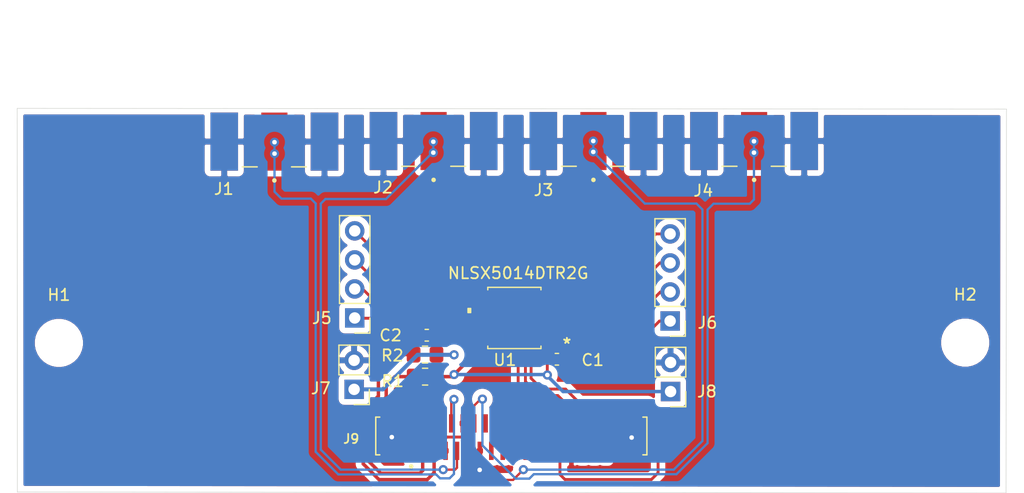
<source format=kicad_pcb>
(kicad_pcb (version 20171130) (host pcbnew 5.1.10-88a1d61d58~88~ubuntu18.04.1)

  (general
    (thickness 1.6)
    (drawings 4)
    (tracks 227)
    (zones 0)
    (modules 16)
    (nets 40)
  )

  (page A4)
  (layers
    (0 F.Cu signal)
    (31 B.Cu signal)
    (32 B.Adhes user)
    (33 F.Adhes user)
    (34 B.Paste user)
    (35 F.Paste user)
    (36 B.SilkS user)
    (37 F.SilkS user)
    (38 B.Mask user)
    (39 F.Mask user)
    (40 Dwgs.User user)
    (41 Cmts.User user)
    (42 Eco1.User user)
    (43 Eco2.User user)
    (44 Edge.Cuts user)
    (45 Margin user)
    (46 B.CrtYd user)
    (47 F.CrtYd user)
    (48 B.Fab user)
    (49 F.Fab user)
  )

  (setup
    (last_trace_width 0.25)
    (user_trace_width 0.2)
    (user_trace_width 0.3)
    (user_trace_width 0.35)
    (trace_clearance 0.2)
    (zone_clearance 0.508)
    (zone_45_only no)
    (trace_min 0.2)
    (via_size 0.8)
    (via_drill 0.4)
    (via_min_size 0.4)
    (via_min_drill 0.3)
    (uvia_size 0.3)
    (uvia_drill 0.1)
    (uvias_allowed no)
    (uvia_min_size 0.2)
    (uvia_min_drill 0.1)
    (edge_width 0.05)
    (segment_width 0.2)
    (pcb_text_width 0.3)
    (pcb_text_size 1.5 1.5)
    (mod_edge_width 0.12)
    (mod_text_size 1 1)
    (mod_text_width 0.15)
    (pad_size 1.524 1.524)
    (pad_drill 0.762)
    (pad_to_mask_clearance 0)
    (aux_axis_origin 0 0)
    (visible_elements FFFFFF7F)
    (pcbplotparams
      (layerselection 0x010f0_ffffffff)
      (usegerberextensions false)
      (usegerberattributes true)
      (usegerberadvancedattributes true)
      (creategerberjobfile true)
      (excludeedgelayer true)
      (linewidth 0.100000)
      (plotframeref false)
      (viasonmask false)
      (mode 1)
      (useauxorigin false)
      (hpglpennumber 1)
      (hpglpenspeed 20)
      (hpglpendiameter 15.000000)
      (psnegative false)
      (psa4output false)
      (plotreference true)
      (plotvalue true)
      (plotinvisibletext false)
      (padsonsilk false)
      (subtractmaskfromsilk false)
      (outputformat 1)
      (mirror false)
      (drillshape 0)
      (scaleselection 1)
      (outputdirectory "prod/V1A/"))
  )

  (net 0 "")
  (net 1 +3V3)
  (net 2 GND)
  (net 3 +1V8)
  (net 4 /D0_P)
  (net 5 /D0_N)
  (net 6 /CLK_P)
  (net 7 /CLK_N)
  (net 8 /I2C_SCL_3V3)
  (net 9 /I2C_SDA_3V3)
  (net 10 /GPIO1_3V3)
  (net 11 "Net-(U1-Pad6)")
  (net 12 /I2C_SCL)
  (net 13 /I2C_SDA)
  (net 14 /GPIO1_1V8)
  (net 15 "Net-(J9-Pad36)")
  (net 16 "Net-(J9-Pad35)")
  (net 17 "Net-(J9-Pad34)")
  (net 18 "Net-(J9-Pad33)")
  (net 19 "Net-(J9-Pad32)")
  (net 20 "Net-(J9-Pad31)")
  (net 21 "Net-(J9-Pad30)")
  (net 22 "Net-(J9-Pad25)")
  (net 23 "Net-(J9-Pad24)")
  (net 24 "Net-(J9-Pad23)")
  (net 25 "Net-(J9-Pad22)")
  (net 26 "Net-(J9-Pad21)")
  (net 27 "Net-(J9-Pad20)")
  (net 28 "Net-(J9-Pad19)")
  (net 29 "Net-(J9-Pad18)")
  (net 30 "Net-(J9-Pad17)")
  (net 31 "Net-(J9-Pad15)")
  (net 32 "Net-(J9-Pad14)")
  (net 33 "Net-(J9-Pad4)")
  (net 34 "Net-(J9-Pad3)")
  (net 35 "Net-(J9-Pad2)")
  (net 36 "Net-(J9-Pad1)")
  (net 37 "Net-(U1-Pad9)")
  (net 38 /CAM_RST_3V3)
  (net 39 /CAM_RST)

  (net_class Default "This is the default net class."
    (clearance 0.2)
    (trace_width 0.25)
    (via_dia 0.8)
    (via_drill 0.4)
    (uvia_dia 0.3)
    (uvia_drill 0.1)
    (add_net +1V8)
    (add_net +3V3)
    (add_net /CAM_RST)
    (add_net /CAM_RST_3V3)
    (add_net /CLK_N)
    (add_net /CLK_P)
    (add_net /D0_N)
    (add_net /D0_P)
    (add_net /GPIO1_1V8)
    (add_net /GPIO1_3V3)
    (add_net /I2C_SCL)
    (add_net /I2C_SCL_3V3)
    (add_net /I2C_SDA)
    (add_net /I2C_SDA_3V3)
    (add_net GND)
    (add_net "Net-(J9-Pad1)")
    (add_net "Net-(J9-Pad14)")
    (add_net "Net-(J9-Pad15)")
    (add_net "Net-(J9-Pad17)")
    (add_net "Net-(J9-Pad18)")
    (add_net "Net-(J9-Pad19)")
    (add_net "Net-(J9-Pad2)")
    (add_net "Net-(J9-Pad20)")
    (add_net "Net-(J9-Pad21)")
    (add_net "Net-(J9-Pad22)")
    (add_net "Net-(J9-Pad23)")
    (add_net "Net-(J9-Pad24)")
    (add_net "Net-(J9-Pad25)")
    (add_net "Net-(J9-Pad3)")
    (add_net "Net-(J9-Pad30)")
    (add_net "Net-(J9-Pad31)")
    (add_net "Net-(J9-Pad32)")
    (add_net "Net-(J9-Pad33)")
    (add_net "Net-(J9-Pad34)")
    (add_net "Net-(J9-Pad35)")
    (add_net "Net-(J9-Pad36)")
    (add_net "Net-(J9-Pad4)")
    (add_net "Net-(U1-Pad6)")
    (add_net "Net-(U1-Pad9)")
  )

  (module MountingHole:MountingHole_3.2mm_M3 (layer F.Cu) (tedit 56D1B4CB) (tstamp 60FEBD31)
    (at 198.4502 96.6597)
    (descr "Mounting Hole 3.2mm, no annular, M3")
    (tags "mounting hole 3.2mm no annular m3")
    (path /61176236)
    (attr virtual)
    (fp_text reference H2 (at 0 -4.2) (layer F.SilkS)
      (effects (font (size 1 1) (thickness 0.15)))
    )
    (fp_text value MountingHole (at 0 4.2) (layer F.Fab)
      (effects (font (size 1 1) (thickness 0.15)))
    )
    (fp_circle (center 0 0) (end 3.2 0) (layer Cmts.User) (width 0.15))
    (fp_circle (center 0 0) (end 3.45 0) (layer F.CrtYd) (width 0.05))
    (fp_text user %R (at 0.3 0) (layer F.Fab)
      (effects (font (size 1 1) (thickness 0.15)))
    )
    (pad 1 np_thru_hole circle (at 0 0) (size 3.2 3.2) (drill 3.2) (layers *.Cu *.Mask))
  )

  (module MountingHole:MountingHole_3.2mm_M3 (layer F.Cu) (tedit 56D1B4CB) (tstamp 60FEBD29)
    (at 119.2276 96.6851)
    (descr "Mounting Hole 3.2mm, no annular, M3")
    (tags "mounting hole 3.2mm no annular m3")
    (path /611757E4)
    (attr virtual)
    (fp_text reference H1 (at 0 -4.2) (layer F.SilkS)
      (effects (font (size 1 1) (thickness 0.15)))
    )
    (fp_text value MountingHole (at 0 4.2) (layer F.Fab)
      (effects (font (size 1 1) (thickness 0.15)))
    )
    (fp_circle (center 0 0) (end 3.2 0) (layer Cmts.User) (width 0.15))
    (fp_circle (center 0 0) (end 3.45 0) (layer F.CrtYd) (width 0.05))
    (fp_text user %R (at 0.3 0) (layer F.Fab)
      (effects (font (size 1 1) (thickness 0.15)))
    )
    (pad 1 np_thru_hole circle (at 0 0) (size 3.2 3.2) (drill 3.2) (layers *.Cu *.Mask))
  )

  (module Resistor_SMD:R_0805_2012Metric_Pad1.20x1.40mm_HandSolder (layer F.Cu) (tedit 5F68FEEE) (tstamp 60FD89B3)
    (at 151.2316 97.7011)
    (descr "Resistor SMD 0805 (2012 Metric), square (rectangular) end terminal, IPC_7351 nominal with elongated pad for handsoldering. (Body size source: IPC-SM-782 page 72, https://www.pcb-3d.com/wordpress/wp-content/uploads/ipc-sm-782a_amendment_1_and_2.pdf), generated with kicad-footprint-generator")
    (tags "resistor handsolder")
    (path /610D2196)
    (attr smd)
    (fp_text reference R2 (at -2.8575 0.0889) (layer F.SilkS)
      (effects (font (size 1 1) (thickness 0.15)))
    )
    (fp_text value 0 (at 0 1.65) (layer F.Fab)
      (effects (font (size 1 1) (thickness 0.15)))
    )
    (fp_line (start -1 0.625) (end -1 -0.625) (layer F.Fab) (width 0.1))
    (fp_line (start -1 -0.625) (end 1 -0.625) (layer F.Fab) (width 0.1))
    (fp_line (start 1 -0.625) (end 1 0.625) (layer F.Fab) (width 0.1))
    (fp_line (start 1 0.625) (end -1 0.625) (layer F.Fab) (width 0.1))
    (fp_line (start -0.227064 -0.735) (end 0.227064 -0.735) (layer F.SilkS) (width 0.12))
    (fp_line (start -0.227064 0.735) (end 0.227064 0.735) (layer F.SilkS) (width 0.12))
    (fp_line (start -1.85 0.95) (end -1.85 -0.95) (layer F.CrtYd) (width 0.05))
    (fp_line (start -1.85 -0.95) (end 1.85 -0.95) (layer F.CrtYd) (width 0.05))
    (fp_line (start 1.85 -0.95) (end 1.85 0.95) (layer F.CrtYd) (width 0.05))
    (fp_line (start 1.85 0.95) (end -1.85 0.95) (layer F.CrtYd) (width 0.05))
    (fp_text user %R (at 0 0) (layer F.Fab)
      (effects (font (size 0.5 0.5) (thickness 0.08)))
    )
    (pad 1 smd roundrect (at -1 0) (size 1.2 1.4) (layers F.Cu F.Paste F.Mask) (roundrect_rratio 0.2083325)
      (net 33 "Net-(J9-Pad4)"))
    (pad 2 smd roundrect (at 1 0) (size 1.2 1.4) (layers F.Cu F.Paste F.Mask) (roundrect_rratio 0.2083325)
      (net 1 +3V3))
    (model ${KISYS3DMOD}/Resistor_SMD.3dshapes/R_0805_2012Metric.wrl
      (at (xyz 0 0 0))
      (scale (xyz 1 1 1))
      (rotate (xyz 0 0 0))
    )
  )

  (module Resistor_SMD:R_0805_2012Metric_Pad1.20x1.40mm_HandSolder (layer F.Cu) (tedit 5F68FEEE) (tstamp 60FE6EF2)
    (at 151.23744 99.63658)
    (descr "Resistor SMD 0805 (2012 Metric), square (rectangular) end terminal, IPC_7351 nominal with elongated pad for handsoldering. (Body size source: IPC-SM-782 page 72, https://www.pcb-3d.com/wordpress/wp-content/uploads/ipc-sm-782a_amendment_1_and_2.pdf), generated with kicad-footprint-generator")
    (tags "resistor handsolder")
    (path /61086F53)
    (attr smd)
    (fp_text reference R1 (at -2.8321 0.3937) (layer F.SilkS)
      (effects (font (size 1 1) (thickness 0.15)))
    )
    (fp_text value 0 (at 0 1.65) (layer F.Fab)
      (effects (font (size 1 1) (thickness 0.15)))
    )
    (fp_line (start -1 0.625) (end -1 -0.625) (layer F.Fab) (width 0.1))
    (fp_line (start -1 -0.625) (end 1 -0.625) (layer F.Fab) (width 0.1))
    (fp_line (start 1 -0.625) (end 1 0.625) (layer F.Fab) (width 0.1))
    (fp_line (start 1 0.625) (end -1 0.625) (layer F.Fab) (width 0.1))
    (fp_line (start -0.227064 -0.735) (end 0.227064 -0.735) (layer F.SilkS) (width 0.12))
    (fp_line (start -0.227064 0.735) (end 0.227064 0.735) (layer F.SilkS) (width 0.12))
    (fp_line (start -1.85 0.95) (end -1.85 -0.95) (layer F.CrtYd) (width 0.05))
    (fp_line (start -1.85 -0.95) (end 1.85 -0.95) (layer F.CrtYd) (width 0.05))
    (fp_line (start 1.85 -0.95) (end 1.85 0.95) (layer F.CrtYd) (width 0.05))
    (fp_line (start 1.85 0.95) (end -1.85 0.95) (layer F.CrtYd) (width 0.05))
    (fp_text user %R (at 0 0) (layer F.Fab)
      (effects (font (size 0.5 0.5) (thickness 0.08)))
    )
    (pad 2 smd roundrect (at 1 0) (size 1.2 1.4) (layers F.Cu F.Paste F.Mask) (roundrect_rratio 0.2083325)
      (net 3 +1V8))
    (pad 1 smd roundrect (at -1 0) (size 1.2 1.4) (layers F.Cu F.Paste F.Mask) (roundrect_rratio 0.2083325)
      (net 34 "Net-(J9-Pad3)"))
    (model ${KISYS3DMOD}/Resistor_SMD.3dshapes/R_0805_2012Metric.wrl
      (at (xyz 0 0 0))
      (scale (xyz 1 1 1))
      (rotate (xyz 0 0 0))
    )
  )

  (module footprints:TE_3-1734742-6 (layer F.Cu) (tedit 60AB0E3B) (tstamp 60FE6EC1)
    (at 158.7754 104.9274)
    (path /6100E6DA)
    (fp_text reference J9 (at -13.9954 0.1524) (layer F.SilkS)
      (effects (font (size 0.8 0.8) (thickness 0.15)))
    )
    (fp_text value 3-1734742-6 (at -4.788 3.308) (layer F.Fab)
      (effects (font (size 0.8 0.8) (thickness 0.015)))
    )
    (fp_line (start -11.85 1.55) (end -11.85 -1.75) (layer F.Fab) (width 0.127))
    (fp_line (start -11.85 -1.75) (end 11.85 -1.75) (layer F.Fab) (width 0.127))
    (fp_line (start 11.85 -1.75) (end 11.85 1.55) (layer F.Fab) (width 0.127))
    (fp_line (start 11.85 1.55) (end -11.85 1.55) (layer F.Fab) (width 0.127))
    (fp_circle (center -8.754 2.565) (end -8.654 2.565) (layer F.SilkS) (width 0.2))
    (fp_line (start -11.5 -1.75) (end -11.85 -1.75) (layer F.SilkS) (width 0.127))
    (fp_line (start -11.85 -1.75) (end -11.85 1.55) (layer F.SilkS) (width 0.127))
    (fp_line (start -11.85 1.55) (end -11.5 1.55) (layer F.SilkS) (width 0.127))
    (fp_line (start 11.5 -1.75) (end 11.85 -1.75) (layer F.SilkS) (width 0.127))
    (fp_line (start 11.85 -1.75) (end 11.85 1.55) (layer F.SilkS) (width 0.127))
    (fp_line (start 11.85 1.55) (end 11.5 1.55) (layer F.SilkS) (width 0.127))
    (fp_line (start -9.2 1.8) (end -12.1 1.8) (layer F.CrtYd) (width 0.05))
    (fp_line (start -12.1 1.8) (end -12.1 -2) (layer F.CrtYd) (width 0.05))
    (fp_line (start -12.1 -2) (end -8.7 -2) (layer F.CrtYd) (width 0.05))
    (fp_line (start -8.7 -2) (end -8.7 -2.25) (layer F.CrtYd) (width 0.05))
    (fp_line (start -8.7 -2.25) (end 9.2 -2.25) (layer F.CrtYd) (width 0.05))
    (fp_line (start 9.2 -2.25) (end 9.2 -2) (layer F.CrtYd) (width 0.05))
    (fp_line (start 9.2 -2) (end 12.1 -2) (layer F.CrtYd) (width 0.05))
    (fp_line (start 12.1 -2) (end 12.1 1.8) (layer F.CrtYd) (width 0.05))
    (fp_line (start 12.1 1.8) (end 8.7 1.8) (layer F.CrtYd) (width 0.05))
    (fp_line (start 8.7 1.8) (end 8.7 2.25) (layer F.CrtYd) (width 0.05))
    (fp_line (start 8.7 2.25) (end -9.2 2.25) (layer F.CrtYd) (width 0.05))
    (fp_line (start -9.2 2.25) (end -9.2 1.8) (layer F.CrtYd) (width 0.05))
    (fp_circle (center -8.754 2.565) (end -8.654 2.565) (layer F.Fab) (width 0.2))
    (pad 36 smd rect (at 8.75 -1.2) (size 0.4 1.6) (layers F.Cu F.Paste F.Mask)
      (net 15 "Net-(J9-Pad36)"))
    (pad 35 smd rect (at 8.25 1.2) (size 0.4 1.6) (layers F.Cu F.Paste F.Mask)
      (net 16 "Net-(J9-Pad35)"))
    (pad 34 smd rect (at 7.75 -1.2) (size 0.4 1.6) (layers F.Cu F.Paste F.Mask)
      (net 17 "Net-(J9-Pad34)"))
    (pad 33 smd rect (at 7.25 1.2) (size 0.4 1.6) (layers F.Cu F.Paste F.Mask)
      (net 18 "Net-(J9-Pad33)"))
    (pad 32 smd rect (at 6.75 -1.2) (size 0.4 1.6) (layers F.Cu F.Paste F.Mask)
      (net 19 "Net-(J9-Pad32)"))
    (pad 31 smd rect (at 6.25 1.2) (size 0.4 1.6) (layers F.Cu F.Paste F.Mask)
      (net 20 "Net-(J9-Pad31)"))
    (pad 30 smd rect (at 5.75 -1.2) (size 0.4 1.6) (layers F.Cu F.Paste F.Mask)
      (net 21 "Net-(J9-Pad30)"))
    (pad 29 smd rect (at 5.25 1.2) (size 0.4 1.6) (layers F.Cu F.Paste F.Mask)
      (net 2 GND))
    (pad 28 smd rect (at 4.75 -1.2) (size 0.4 1.6) (layers F.Cu F.Paste F.Mask)
      (net 12 /I2C_SCL))
    (pad 27 smd rect (at 4.25 1.2) (size 0.4 1.6) (layers F.Cu F.Paste F.Mask)
      (net 13 /I2C_SDA))
    (pad 26 smd rect (at 3.75 -1.2) (size 0.4 1.6) (layers F.Cu F.Paste F.Mask)
      (net 39 /CAM_RST))
    (pad 25 smd rect (at 3.25 1.2) (size 0.4 1.6) (layers F.Cu F.Paste F.Mask)
      (net 22 "Net-(J9-Pad25)"))
    (pad 24 smd rect (at 2.75 -1.2) (size 0.4 1.6) (layers F.Cu F.Paste F.Mask)
      (net 23 "Net-(J9-Pad24)"))
    (pad 23 smd rect (at 2.25 1.2) (size 0.4 1.6) (layers F.Cu F.Paste F.Mask)
      (net 24 "Net-(J9-Pad23)"))
    (pad 22 smd rect (at 1.75 -1.2) (size 0.4 1.6) (layers F.Cu F.Paste F.Mask)
      (net 25 "Net-(J9-Pad22)"))
    (pad 21 smd rect (at 1.25 1.2) (size 0.4 1.6) (layers F.Cu F.Paste F.Mask)
      (net 26 "Net-(J9-Pad21)"))
    (pad 20 smd rect (at 0.75 -1.2) (size 0.4 1.6) (layers F.Cu F.Paste F.Mask)
      (net 27 "Net-(J9-Pad20)"))
    (pad 19 smd rect (at 0.25 1.2) (size 0.4 1.6) (layers F.Cu F.Paste F.Mask)
      (net 28 "Net-(J9-Pad19)"))
    (pad 18 smd rect (at -0.25 -1.2) (size 0.4 1.6) (layers F.Cu F.Paste F.Mask)
      (net 29 "Net-(J9-Pad18)"))
    (pad 17 smd rect (at -0.75 1.2) (size 0.4 1.6) (layers F.Cu F.Paste F.Mask)
      (net 30 "Net-(J9-Pad17)"))
    (pad 16 smd rect (at -1.25 -1.2) (size 0.4 1.6) (layers F.Cu F.Paste F.Mask)
      (net 2 GND))
    (pad 15 smd rect (at -1.75 1.2) (size 0.4 1.6) (layers F.Cu F.Paste F.Mask)
      (net 31 "Net-(J9-Pad15)"))
    (pad 14 smd rect (at -2.25 -1.2) (size 0.4 1.6) (layers F.Cu F.Paste F.Mask)
      (net 32 "Net-(J9-Pad14)"))
    (pad 13 smd rect (at -2.75 1.2) (size 0.4 1.6) (layers F.Cu F.Paste F.Mask)
      (net 2 GND))
    (pad 12 smd rect (at -3.25 -1.2) (size 0.4 1.6) (layers F.Cu F.Paste F.Mask)
      (net 7 /CLK_N))
    (pad 11 smd rect (at -3.75 1.2) (size 0.4 1.6) (layers F.Cu F.Paste F.Mask)
      (net 6 /CLK_P))
    (pad 10 smd rect (at -4.25 -1.2) (size 0.4 1.6) (layers F.Cu F.Paste F.Mask)
      (net 2 GND))
    (pad 9 smd rect (at -4.75 1.2) (size 0.4 1.6) (layers F.Cu F.Paste F.Mask)
      (net 5 /D0_N))
    (pad 8 smd rect (at -5.25 -1.2) (size 0.4 1.6) (layers F.Cu F.Paste F.Mask)
      (net 4 /D0_P))
    (pad 7 smd rect (at -5.75 1.2) (size 0.4 1.6) (layers F.Cu F.Paste F.Mask)
      (net 2 GND))
    (pad 6 smd rect (at -6.25 -1.2) (size 0.4 1.6) (layers F.Cu F.Paste F.Mask)
      (net 33 "Net-(J9-Pad4)"))
    (pad 5 smd rect (at -6.75 1.2) (size 0.4 1.6) (layers F.Cu F.Paste F.Mask)
      (net 33 "Net-(J9-Pad4)"))
    (pad 4 smd rect (at -7.25 -1.2) (size 0.4 1.6) (layers F.Cu F.Paste F.Mask)
      (net 33 "Net-(J9-Pad4)"))
    (pad 3 smd rect (at -7.75 1.2) (size 0.4 1.6) (layers F.Cu F.Paste F.Mask)
      (net 34 "Net-(J9-Pad3)"))
    (pad 2 smd rect (at -8.25 -1.2) (size 0.4 1.6) (layers F.Cu F.Paste F.Mask)
      (net 35 "Net-(J9-Pad2)"))
    (pad 1 smd rect (at -8.75 1.2) (size 0.4 1.6) (layers F.Cu F.Paste F.Mask)
      (net 36 "Net-(J9-Pad1)"))
    (pad S2 smd rect (at 10.45 0) (size 1.4 2.9) (layers F.Cu F.Paste F.Mask)
      (net 2 GND))
    (pad S1 smd rect (at -10.45 0) (size 1.4 2.9) (layers F.Cu F.Paste F.Mask)
      (net 2 GND))
    (model ${KIPRJMOD}/3d_models/TE-3-1734742-6-3d.stp
      (offset (xyz 0 0 3.5))
      (scale (xyz 1 1 1))
      (rotate (xyz 0 0 0))
    )
  )

  (module Connector_PinHeader_2.54mm:PinHeader_1x04_P2.54mm_Vertical (layer F.Cu) (tedit 59FED5CC) (tstamp 60FE762E)
    (at 172.6565 94.7674 180)
    (descr "Through hole straight pin header, 1x04, 2.54mm pitch, single row")
    (tags "Through hole pin header THT 1x04 2.54mm single row")
    (path /614680E2)
    (fp_text reference J6 (at -3.2639 -0.1524) (layer F.SilkS)
      (effects (font (size 1 1) (thickness 0.15)))
    )
    (fp_text value Conn_01x04_Male (at 0 9.95) (layer F.Fab)
      (effects (font (size 1 1) (thickness 0.15)))
    )
    (fp_line (start 1.8 -1.8) (end -1.8 -1.8) (layer F.CrtYd) (width 0.05))
    (fp_line (start 1.8 9.4) (end 1.8 -1.8) (layer F.CrtYd) (width 0.05))
    (fp_line (start -1.8 9.4) (end 1.8 9.4) (layer F.CrtYd) (width 0.05))
    (fp_line (start -1.8 -1.8) (end -1.8 9.4) (layer F.CrtYd) (width 0.05))
    (fp_line (start -1.33 -1.33) (end 0 -1.33) (layer F.SilkS) (width 0.12))
    (fp_line (start -1.33 0) (end -1.33 -1.33) (layer F.SilkS) (width 0.12))
    (fp_line (start -1.33 1.27) (end 1.33 1.27) (layer F.SilkS) (width 0.12))
    (fp_line (start 1.33 1.27) (end 1.33 8.95) (layer F.SilkS) (width 0.12))
    (fp_line (start -1.33 1.27) (end -1.33 8.95) (layer F.SilkS) (width 0.12))
    (fp_line (start -1.33 8.95) (end 1.33 8.95) (layer F.SilkS) (width 0.12))
    (fp_line (start -1.27 -0.635) (end -0.635 -1.27) (layer F.Fab) (width 0.1))
    (fp_line (start -1.27 8.89) (end -1.27 -0.635) (layer F.Fab) (width 0.1))
    (fp_line (start 1.27 8.89) (end -1.27 8.89) (layer F.Fab) (width 0.1))
    (fp_line (start 1.27 -1.27) (end 1.27 8.89) (layer F.Fab) (width 0.1))
    (fp_line (start -0.635 -1.27) (end 1.27 -1.27) (layer F.Fab) (width 0.1))
    (fp_text user %R (at 0 3.81 90) (layer F.Fab)
      (effects (font (size 1 1) (thickness 0.15)))
    )
    (pad 4 thru_hole oval (at 0 7.62 180) (size 1.7 1.7) (drill 1) (layers *.Cu *.Mask)
      (net 14 /GPIO1_1V8))
    (pad 3 thru_hole oval (at 0 5.08 180) (size 1.7 1.7) (drill 1) (layers *.Cu *.Mask)
      (net 39 /CAM_RST))
    (pad 2 thru_hole oval (at 0 2.54 180) (size 1.7 1.7) (drill 1) (layers *.Cu *.Mask)
      (net 12 /I2C_SCL))
    (pad 1 thru_hole rect (at 0 0 180) (size 1.7 1.7) (drill 1) (layers *.Cu *.Mask)
      (net 13 /I2C_SDA))
    (model ${KISYS3DMOD}/Connector_PinHeader_2.54mm.3dshapes/PinHeader_1x04_P2.54mm_Vertical.wrl
      (at (xyz 0 0 0))
      (scale (xyz 1 1 1))
      (rotate (xyz 0 0 0))
    )
  )

  (module footprints:CINCH_142-0701-801 (layer F.Cu) (tedit 60FBD633) (tstamp 60FE947D)
    (at 165.9509 79.0194)
    (path /61412DC5)
    (fp_text reference J3 (at -4.3561 4.2926) (layer F.SilkS)
      (effects (font (size 1 1) (thickness 0.15)))
    )
    (fp_text value 142-0701-801 (at 6.35 4.445) (layer F.Fab)
      (effects (font (size 1 1) (thickness 0.15)))
    )
    (fp_line (start -3.425 -4.28) (end -3.425 -12.315) (layer F.CrtYd) (width 0.05))
    (fp_line (start -5.838 -4.28) (end -3.425 -4.28) (layer F.CrtYd) (width 0.05))
    (fp_line (start -5.838 2.79) (end -5.838 -4.28) (layer F.CrtYd) (width 0.05))
    (fp_line (start 5.838 2.79) (end -5.838 2.79) (layer F.CrtYd) (width 0.05))
    (fp_line (start 5.838 -4.28) (end 5.838 2.79) (layer F.CrtYd) (width 0.05))
    (fp_line (start 3.425 -4.28) (end 5.838 -4.28) (layer F.CrtYd) (width 0.05))
    (fp_line (start 3.425 -12.315) (end 3.425 -4.28) (layer F.CrtYd) (width 0.05))
    (fp_line (start -3.425 -12.315) (end 3.425 -12.315) (layer F.CrtYd) (width 0.05))
    (fp_circle (center 0 3.4) (end 0.1 3.4) (layer F.Fab) (width 0.2))
    (fp_circle (center 0 3.4) (end 0.1 3.4) (layer F.SilkS) (width 0.2))
    (fp_line (start 1.5 2.2098) (end 2.8 2.2098) (layer F.SilkS) (width 0.127))
    (fp_line (start -2.8 2.2098) (end -1.5 2.2098) (layer F.SilkS) (width 0.127))
    (fp_line (start 4.8 -2.54) (end 8.3 -2.54) (layer F.Fab) (width 0.127))
    (fp_line (start 4.7625 -4.0259) (end 4.7625 -2.54) (layer F.Fab) (width 0.127))
    (fp_line (start -4.7625 -4.0259) (end -4.7625 -2.54) (layer F.Fab) (width 0.127))
    (fp_line (start 3.175 -12.065) (end 3.175 -4.0259) (layer F.Fab) (width 0.127))
    (fp_line (start -3.175 -12.065) (end 3.175 -12.065) (layer F.Fab) (width 0.127))
    (fp_line (start -3.175 -4.0259) (end -3.175 -12.065) (layer F.Fab) (width 0.127))
    (fp_line (start 3.175 -4.0259) (end 4.7625 -4.0259) (layer F.Fab) (width 0.127))
    (fp_line (start -3.175 -4.0259) (end 3.175 -4.0259) (layer F.Fab) (width 0.127))
    (fp_line (start -4.7625 -4.0259) (end -3.175 -4.0259) (layer F.Fab) (width 0.127))
    (fp_line (start -4.7625 2.2098) (end -4.7625 -2.54) (layer F.Fab) (width 0.127))
    (fp_line (start 4.7625 2.2098) (end -4.7625 2.2098) (layer F.Fab) (width 0.127))
    (fp_line (start 4.7625 -2.54) (end 4.7625 2.2098) (layer F.Fab) (width 0.127))
    (fp_line (start -4.7625 -2.54) (end 4.7625 -2.54) (layer F.Fab) (width 0.127))
    (fp_text user PCB-Edge (at 6.3 -2.9) (layer F.Fab)
      (effects (font (size 1 1) (thickness 0.15)))
    )
    (pad S4 smd rect (at 4.3815 0) (size 2.413 5.08) (layers B.Cu B.Paste B.Mask)
      (net 2 GND))
    (pad S3 smd rect (at -4.3815 0) (size 2.413 5.08) (layers B.Cu B.Paste B.Mask)
      (net 2 GND))
    (pad 1 smd rect (at 0 0) (size 2.286 5.08) (layers F.Cu F.Paste F.Mask)
      (net 6 /CLK_P))
    (pad S2 smd rect (at 4.3815 0) (size 2.413 5.08) (layers F.Cu F.Paste F.Mask)
      (net 2 GND))
    (pad S1 smd rect (at -4.3815 0) (size 2.413 5.08) (layers F.Cu F.Paste F.Mask)
      (net 2 GND))
    (model ${KIPRJMOD}/3d_models/142-0701-801.step
      (offset (xyz 0 2.5 0.5))
      (scale (xyz 1 1 1))
      (rotate (xyz 0 -90 -90))
    )
  )

  (module footprints:CINCH_142-0701-801 (layer F.Cu) (tedit 60FBD633) (tstamp 60FE94E6)
    (at 179.9971 79.0194)
    (path /6141031E)
    (fp_text reference J4 (at -4.445 4.3434) (layer F.SilkS)
      (effects (font (size 1 1) (thickness 0.15)))
    )
    (fp_text value 142-0701-801 (at 6.35 4.445) (layer F.Fab)
      (effects (font (size 1 1) (thickness 0.15)))
    )
    (fp_line (start -3.425 -4.28) (end -3.425 -12.315) (layer F.CrtYd) (width 0.05))
    (fp_line (start -5.838 -4.28) (end -3.425 -4.28) (layer F.CrtYd) (width 0.05))
    (fp_line (start -5.838 2.79) (end -5.838 -4.28) (layer F.CrtYd) (width 0.05))
    (fp_line (start 5.838 2.79) (end -5.838 2.79) (layer F.CrtYd) (width 0.05))
    (fp_line (start 5.838 -4.28) (end 5.838 2.79) (layer F.CrtYd) (width 0.05))
    (fp_line (start 3.425 -4.28) (end 5.838 -4.28) (layer F.CrtYd) (width 0.05))
    (fp_line (start 3.425 -12.315) (end 3.425 -4.28) (layer F.CrtYd) (width 0.05))
    (fp_line (start -3.425 -12.315) (end 3.425 -12.315) (layer F.CrtYd) (width 0.05))
    (fp_circle (center 0 3.4) (end 0.1 3.4) (layer F.Fab) (width 0.2))
    (fp_circle (center 0 3.4) (end 0.1 3.4) (layer F.SilkS) (width 0.2))
    (fp_line (start 1.5 2.2098) (end 2.8 2.2098) (layer F.SilkS) (width 0.127))
    (fp_line (start -2.8 2.2098) (end -1.5 2.2098) (layer F.SilkS) (width 0.127))
    (fp_line (start 4.8 -2.54) (end 8.3 -2.54) (layer F.Fab) (width 0.127))
    (fp_line (start 4.7625 -4.0259) (end 4.7625 -2.54) (layer F.Fab) (width 0.127))
    (fp_line (start -4.7625 -4.0259) (end -4.7625 -2.54) (layer F.Fab) (width 0.127))
    (fp_line (start 3.175 -12.065) (end 3.175 -4.0259) (layer F.Fab) (width 0.127))
    (fp_line (start -3.175 -12.065) (end 3.175 -12.065) (layer F.Fab) (width 0.127))
    (fp_line (start -3.175 -4.0259) (end -3.175 -12.065) (layer F.Fab) (width 0.127))
    (fp_line (start 3.175 -4.0259) (end 4.7625 -4.0259) (layer F.Fab) (width 0.127))
    (fp_line (start -3.175 -4.0259) (end 3.175 -4.0259) (layer F.Fab) (width 0.127))
    (fp_line (start -4.7625 -4.0259) (end -3.175 -4.0259) (layer F.Fab) (width 0.127))
    (fp_line (start -4.7625 2.2098) (end -4.7625 -2.54) (layer F.Fab) (width 0.127))
    (fp_line (start 4.7625 2.2098) (end -4.7625 2.2098) (layer F.Fab) (width 0.127))
    (fp_line (start 4.7625 -2.54) (end 4.7625 2.2098) (layer F.Fab) (width 0.127))
    (fp_line (start -4.7625 -2.54) (end 4.7625 -2.54) (layer F.Fab) (width 0.127))
    (fp_text user PCB-Edge (at 6.3 -2.9) (layer F.Fab)
      (effects (font (size 1 1) (thickness 0.15)))
    )
    (pad S4 smd rect (at 4.3815 0) (size 2.413 5.08) (layers B.Cu B.Paste B.Mask)
      (net 2 GND))
    (pad S3 smd rect (at -4.3815 0) (size 2.413 5.08) (layers B.Cu B.Paste B.Mask)
      (net 2 GND))
    (pad 1 smd rect (at 0 0) (size 2.286 5.08) (layers F.Cu F.Paste F.Mask)
      (net 7 /CLK_N))
    (pad S2 smd rect (at 4.3815 0) (size 2.413 5.08) (layers F.Cu F.Paste F.Mask)
      (net 2 GND))
    (pad S1 smd rect (at -4.3815 0) (size 2.413 5.08) (layers F.Cu F.Paste F.Mask)
      (net 2 GND))
    (model ${KIPRJMOD}/3d_models/142-0701-801.step
      (offset (xyz 0 2.5 0.5))
      (scale (xyz 1 1 1))
      (rotate (xyz 0 -90 -90))
    )
  )

  (module footprints:CINCH_142-0701-801 (layer F.Cu) (tedit 60FBD633) (tstamp 60FE940E)
    (at 138.0617 79.0702)
    (path /6141165C)
    (fp_text reference J1 (at -4.4196 4.1402) (layer F.SilkS)
      (effects (font (size 1 1) (thickness 0.15)))
    )
    (fp_text value 142-0701-801 (at 6.35 4.445) (layer F.Fab)
      (effects (font (size 1 1) (thickness 0.15)))
    )
    (fp_line (start -3.425 -4.28) (end -3.425 -12.315) (layer F.CrtYd) (width 0.05))
    (fp_line (start -5.838 -4.28) (end -3.425 -4.28) (layer F.CrtYd) (width 0.05))
    (fp_line (start -5.838 2.79) (end -5.838 -4.28) (layer F.CrtYd) (width 0.05))
    (fp_line (start 5.838 2.79) (end -5.838 2.79) (layer F.CrtYd) (width 0.05))
    (fp_line (start 5.838 -4.28) (end 5.838 2.79) (layer F.CrtYd) (width 0.05))
    (fp_line (start 3.425 -4.28) (end 5.838 -4.28) (layer F.CrtYd) (width 0.05))
    (fp_line (start 3.425 -12.315) (end 3.425 -4.28) (layer F.CrtYd) (width 0.05))
    (fp_line (start -3.425 -12.315) (end 3.425 -12.315) (layer F.CrtYd) (width 0.05))
    (fp_circle (center 0 3.4) (end 0.1 3.4) (layer F.Fab) (width 0.2))
    (fp_circle (center 0 3.4) (end 0.1 3.4) (layer F.SilkS) (width 0.2))
    (fp_line (start 1.5 2.2098) (end 2.8 2.2098) (layer F.SilkS) (width 0.127))
    (fp_line (start -2.8 2.2098) (end -1.5 2.2098) (layer F.SilkS) (width 0.127))
    (fp_line (start 4.8 -2.54) (end 8.3 -2.54) (layer F.Fab) (width 0.127))
    (fp_line (start 4.7625 -4.0259) (end 4.7625 -2.54) (layer F.Fab) (width 0.127))
    (fp_line (start -4.7625 -4.0259) (end -4.7625 -2.54) (layer F.Fab) (width 0.127))
    (fp_line (start 3.175 -12.065) (end 3.175 -4.0259) (layer F.Fab) (width 0.127))
    (fp_line (start -3.175 -12.065) (end 3.175 -12.065) (layer F.Fab) (width 0.127))
    (fp_line (start -3.175 -4.0259) (end -3.175 -12.065) (layer F.Fab) (width 0.127))
    (fp_line (start 3.175 -4.0259) (end 4.7625 -4.0259) (layer F.Fab) (width 0.127))
    (fp_line (start -3.175 -4.0259) (end 3.175 -4.0259) (layer F.Fab) (width 0.127))
    (fp_line (start -4.7625 -4.0259) (end -3.175 -4.0259) (layer F.Fab) (width 0.127))
    (fp_line (start -4.7625 2.2098) (end -4.7625 -2.54) (layer F.Fab) (width 0.127))
    (fp_line (start 4.7625 2.2098) (end -4.7625 2.2098) (layer F.Fab) (width 0.127))
    (fp_line (start 4.7625 -2.54) (end 4.7625 2.2098) (layer F.Fab) (width 0.127))
    (fp_line (start -4.7625 -2.54) (end 4.7625 -2.54) (layer F.Fab) (width 0.127))
    (fp_text user PCB-Edge (at 6.3 -2.9) (layer F.Fab)
      (effects (font (size 1 1) (thickness 0.15)))
    )
    (pad S4 smd rect (at 4.3815 0) (size 2.413 5.08) (layers B.Cu B.Paste B.Mask)
      (net 2 GND))
    (pad S3 smd rect (at -4.3815 0) (size 2.413 5.08) (layers B.Cu B.Paste B.Mask)
      (net 2 GND))
    (pad 1 smd rect (at 0 0) (size 2.286 5.08) (layers F.Cu F.Paste F.Mask)
      (net 4 /D0_P))
    (pad S2 smd rect (at 4.3815 0) (size 2.413 5.08) (layers F.Cu F.Paste F.Mask)
      (net 2 GND))
    (pad S1 smd rect (at -4.3815 0) (size 2.413 5.08) (layers F.Cu F.Paste F.Mask)
      (net 2 GND))
    (model ${KIPRJMOD}/3d_models/142-0701-801.step
      (offset (xyz 0 2.5 0.5))
      (scale (xyz 1 1 1))
      (rotate (xyz 180 -90 90))
    )
  )

  (module footprints:CINCH_142-0701-801 (layer F.Cu) (tedit 60FBD633) (tstamp 60FE955E)
    (at 151.9809 79.0194)
    (path /6140F064)
    (attr smd)
    (fp_text reference J2 (at -4.4196 4.064) (layer F.SilkS)
      (effects (font (size 1 1) (thickness 0.15)))
    )
    (fp_text value 142-0701-801 (at 6.35 4.445) (layer F.Fab)
      (effects (font (size 1 1) (thickness 0.15)))
    )
    (fp_line (start -3.425 -4.28) (end -3.425 -12.315) (layer F.CrtYd) (width 0.05))
    (fp_line (start -5.838 -4.28) (end -3.425 -4.28) (layer F.CrtYd) (width 0.05))
    (fp_line (start -5.838 2.79) (end -5.838 -4.28) (layer F.CrtYd) (width 0.05))
    (fp_line (start 5.838 2.79) (end -5.838 2.79) (layer F.CrtYd) (width 0.05))
    (fp_line (start 5.838 -4.28) (end 5.838 2.79) (layer F.CrtYd) (width 0.05))
    (fp_line (start 3.425 -4.28) (end 5.838 -4.28) (layer F.CrtYd) (width 0.05))
    (fp_line (start 3.425 -12.315) (end 3.425 -4.28) (layer F.CrtYd) (width 0.05))
    (fp_line (start -3.425 -12.315) (end 3.425 -12.315) (layer F.CrtYd) (width 0.05))
    (fp_circle (center 0 3.4) (end 0.1 3.4) (layer F.Fab) (width 0.2))
    (fp_circle (center 0 3.4) (end 0.1 3.4) (layer F.SilkS) (width 0.2))
    (fp_line (start 1.5 2.2098) (end 2.8 2.2098) (layer F.SilkS) (width 0.127))
    (fp_line (start -2.8 2.2098) (end -1.5 2.2098) (layer F.SilkS) (width 0.127))
    (fp_line (start 4.8 -2.54) (end 8.3 -2.54) (layer F.Fab) (width 0.127))
    (fp_line (start 4.7625 -4.0259) (end 4.7625 -2.54) (layer F.Fab) (width 0.127))
    (fp_line (start -4.7625 -4.0259) (end -4.7625 -2.54) (layer F.Fab) (width 0.127))
    (fp_line (start 3.175 -12.065) (end 3.175 -4.0259) (layer F.Fab) (width 0.127))
    (fp_line (start -3.175 -12.065) (end 3.175 -12.065) (layer F.Fab) (width 0.127))
    (fp_line (start -3.175 -4.0259) (end -3.175 -12.065) (layer F.Fab) (width 0.127))
    (fp_line (start 3.175 -4.0259) (end 4.7625 -4.0259) (layer F.Fab) (width 0.127))
    (fp_line (start -3.175 -4.0259) (end 3.175 -4.0259) (layer F.Fab) (width 0.127))
    (fp_line (start -4.7625 -4.0259) (end -3.175 -4.0259) (layer F.Fab) (width 0.127))
    (fp_line (start -4.7625 2.2098) (end -4.7625 -2.54) (layer F.Fab) (width 0.127))
    (fp_line (start 4.7625 2.2098) (end -4.7625 2.2098) (layer F.Fab) (width 0.127))
    (fp_line (start 4.7625 -2.54) (end 4.7625 2.2098) (layer F.Fab) (width 0.127))
    (fp_line (start -4.7625 -2.54) (end 4.7625 -2.54) (layer F.Fab) (width 0.127))
    (fp_text user PCB-Edge (at 6.3 -2.9) (layer F.Fab)
      (effects (font (size 1 1) (thickness 0.15)))
    )
    (pad S4 smd rect (at 4.3815 0) (size 2.413 5.08) (layers B.Cu B.Paste B.Mask)
      (net 2 GND))
    (pad S3 smd rect (at -4.3815 0) (size 2.413 5.08) (layers B.Cu B.Paste B.Mask)
      (net 2 GND))
    (pad 1 smd rect (at 0 0) (size 2.286 5.08) (layers F.Cu F.Paste F.Mask)
      (net 5 /D0_N))
    (pad S2 smd rect (at 4.3815 0) (size 2.413 5.08) (layers F.Cu F.Paste F.Mask)
      (net 2 GND))
    (pad S1 smd rect (at -4.3815 0) (size 2.413 5.08) (layers F.Cu F.Paste F.Mask)
      (net 2 GND))
    (model ${KIPRJMOD}/3d_models/142-0701-801.step
      (offset (xyz 0 2.5 0.5))
      (scale (xyz 1 1 1))
      (rotate (xyz 180 -90 90))
    )
  )

  (module Capacitor_SMD:C_0603_1608Metric_Pad1.08x0.95mm_HandSolder (layer F.Cu) (tedit 5F68FEEF) (tstamp 60FD88F9)
    (at 151.384 96.012)
    (descr "Capacitor SMD 0603 (1608 Metric), square (rectangular) end terminal, IPC_7351 nominal with elongated pad for handsoldering. (Body size source: IPC-SM-782 page 76, https://www.pcb-3d.com/wordpress/wp-content/uploads/ipc-sm-782a_amendment_1_and_2.pdf), generated with kicad-footprint-generator")
    (tags "capacitor handsolder")
    (path /61382CFE)
    (attr smd)
    (fp_text reference C2 (at -3.1623 0.0127) (layer F.SilkS)
      (effects (font (size 1 1) (thickness 0.15)))
    )
    (fp_text value C (at 0 1.43) (layer F.Fab)
      (effects (font (size 1 1) (thickness 0.15)))
    )
    (fp_line (start -0.8 0.4) (end -0.8 -0.4) (layer F.Fab) (width 0.1))
    (fp_line (start -0.8 -0.4) (end 0.8 -0.4) (layer F.Fab) (width 0.1))
    (fp_line (start 0.8 -0.4) (end 0.8 0.4) (layer F.Fab) (width 0.1))
    (fp_line (start 0.8 0.4) (end -0.8 0.4) (layer F.Fab) (width 0.1))
    (fp_line (start -0.146267 -0.51) (end 0.146267 -0.51) (layer F.SilkS) (width 0.12))
    (fp_line (start -0.146267 0.51) (end 0.146267 0.51) (layer F.SilkS) (width 0.12))
    (fp_line (start -1.65 0.73) (end -1.65 -0.73) (layer F.CrtYd) (width 0.05))
    (fp_line (start -1.65 -0.73) (end 1.65 -0.73) (layer F.CrtYd) (width 0.05))
    (fp_line (start 1.65 -0.73) (end 1.65 0.73) (layer F.CrtYd) (width 0.05))
    (fp_line (start 1.65 0.73) (end -1.65 0.73) (layer F.CrtYd) (width 0.05))
    (fp_text user %R (at 0 0 270) (layer F.Fab)
      (effects (font (size 0.4 0.4) (thickness 0.06)))
    )
    (pad 1 smd roundrect (at -0.8625 0) (size 1.075 0.95) (layers F.Cu F.Paste F.Mask) (roundrect_rratio 0.25)
      (net 2 GND))
    (pad 2 smd roundrect (at 0.8625 0) (size 1.075 0.95) (layers F.Cu F.Paste F.Mask) (roundrect_rratio 0.25)
      (net 1 +3V3))
    (model ${KISYS3DMOD}/Capacitor_SMD.3dshapes/C_0603_1608Metric.wrl
      (at (xyz 0 0 0))
      (scale (xyz 1 1 1))
      (rotate (xyz 0 0 0))
    )
  )

  (module Capacitor_SMD:C_0603_1608Metric_Pad1.08x0.95mm_HandSolder (layer F.Cu) (tedit 5F68FEEF) (tstamp 60FD890A)
    (at 162.75812 98.11512 180)
    (descr "Capacitor SMD 0603 (1608 Metric), square (rectangular) end terminal, IPC_7351 nominal with elongated pad for handsoldering. (Body size source: IPC-SM-782 page 76, https://www.pcb-3d.com/wordpress/wp-content/uploads/ipc-sm-782a_amendment_1_and_2.pdf), generated with kicad-footprint-generator")
    (tags "capacitor handsolder")
    (path /61382170)
    (attr smd)
    (fp_text reference C1 (at -3.12928 -0.06858) (layer F.SilkS)
      (effects (font (size 1 1) (thickness 0.15)))
    )
    (fp_text value C (at -2.84988 -1.524) (layer F.Fab)
      (effects (font (size 1 1) (thickness 0.15)))
    )
    (fp_line (start 1.65 0.73) (end -1.65 0.73) (layer F.CrtYd) (width 0.05))
    (fp_line (start 1.65 -0.73) (end 1.65 0.73) (layer F.CrtYd) (width 0.05))
    (fp_line (start -1.65 -0.73) (end 1.65 -0.73) (layer F.CrtYd) (width 0.05))
    (fp_line (start -1.65 0.73) (end -1.65 -0.73) (layer F.CrtYd) (width 0.05))
    (fp_line (start -0.146267 0.51) (end 0.146267 0.51) (layer F.SilkS) (width 0.12))
    (fp_line (start -0.146267 -0.51) (end 0.146267 -0.51) (layer F.SilkS) (width 0.12))
    (fp_line (start 0.8 0.4) (end -0.8 0.4) (layer F.Fab) (width 0.1))
    (fp_line (start 0.8 -0.4) (end 0.8 0.4) (layer F.Fab) (width 0.1))
    (fp_line (start -0.8 -0.4) (end 0.8 -0.4) (layer F.Fab) (width 0.1))
    (fp_line (start -0.8 0.4) (end -0.8 -0.4) (layer F.Fab) (width 0.1))
    (fp_text user %R (at 0 0) (layer F.Fab)
      (effects (font (size 0.4 0.4) (thickness 0.06)))
    )
    (pad 2 smd roundrect (at 0.8625 0 180) (size 1.075 0.95) (layers F.Cu F.Paste F.Mask) (roundrect_rratio 0.25)
      (net 3 +1V8))
    (pad 1 smd roundrect (at -0.8625 0 180) (size 1.075 0.95) (layers F.Cu F.Paste F.Mask) (roundrect_rratio 0.25)
      (net 2 GND))
    (model ${KISYS3DMOD}/Capacitor_SMD.3dshapes/C_0603_1608Metric.wrl
      (at (xyz 0 0 0))
      (scale (xyz 1 1 1))
      (rotate (xyz 0 0 0))
    )
  )

  (module Connector_PinHeader_2.54mm:PinHeader_1x04_P2.54mm_Vertical (layer F.Cu) (tedit 59FED5CC) (tstamp 60FD8976)
    (at 145.0848 94.5007 180)
    (descr "Through hole straight pin header, 1x04, 2.54mm pitch, single row")
    (tags "Through hole pin header THT 1x04 2.54mm single row")
    (path /613C8470)
    (fp_text reference J5 (at 2.8702 -0.0127) (layer F.SilkS)
      (effects (font (size 1 1) (thickness 0.15)))
    )
    (fp_text value Conn_01x04_Male (at 0 9.95) (layer F.Fab)
      (effects (font (size 1 1) (thickness 0.15)))
    )
    (fp_line (start -0.635 -1.27) (end 1.27 -1.27) (layer F.Fab) (width 0.1))
    (fp_line (start 1.27 -1.27) (end 1.27 8.89) (layer F.Fab) (width 0.1))
    (fp_line (start 1.27 8.89) (end -1.27 8.89) (layer F.Fab) (width 0.1))
    (fp_line (start -1.27 8.89) (end -1.27 -0.635) (layer F.Fab) (width 0.1))
    (fp_line (start -1.27 -0.635) (end -0.635 -1.27) (layer F.Fab) (width 0.1))
    (fp_line (start -1.33 8.95) (end 1.33 8.95) (layer F.SilkS) (width 0.12))
    (fp_line (start -1.33 1.27) (end -1.33 8.95) (layer F.SilkS) (width 0.12))
    (fp_line (start 1.33 1.27) (end 1.33 8.95) (layer F.SilkS) (width 0.12))
    (fp_line (start -1.33 1.27) (end 1.33 1.27) (layer F.SilkS) (width 0.12))
    (fp_line (start -1.33 0) (end -1.33 -1.33) (layer F.SilkS) (width 0.12))
    (fp_line (start -1.33 -1.33) (end 0 -1.33) (layer F.SilkS) (width 0.12))
    (fp_line (start -1.8 -1.8) (end -1.8 9.4) (layer F.CrtYd) (width 0.05))
    (fp_line (start -1.8 9.4) (end 1.8 9.4) (layer F.CrtYd) (width 0.05))
    (fp_line (start 1.8 9.4) (end 1.8 -1.8) (layer F.CrtYd) (width 0.05))
    (fp_line (start 1.8 -1.8) (end -1.8 -1.8) (layer F.CrtYd) (width 0.05))
    (fp_text user %R (at 0 3.81 90) (layer F.Fab)
      (effects (font (size 1 1) (thickness 0.15)))
    )
    (pad 1 thru_hole rect (at 0 0 180) (size 1.7 1.7) (drill 1) (layers *.Cu *.Mask)
      (net 9 /I2C_SDA_3V3))
    (pad 2 thru_hole oval (at 0 2.54 180) (size 1.7 1.7) (drill 1) (layers *.Cu *.Mask)
      (net 8 /I2C_SCL_3V3))
    (pad 3 thru_hole oval (at 0 5.08 180) (size 1.7 1.7) (drill 1) (layers *.Cu *.Mask)
      (net 38 /CAM_RST_3V3))
    (pad 4 thru_hole oval (at 0 7.62 180) (size 1.7 1.7) (drill 1) (layers *.Cu *.Mask)
      (net 10 /GPIO1_3V3))
    (model ${KISYS3DMOD}/Connector_PinHeader_2.54mm.3dshapes/PinHeader_1x04_P2.54mm_Vertical.wrl
      (at (xyz 0 0 0))
      (scale (xyz 1 1 1))
      (rotate (xyz 0 0 0))
    )
  )

  (module Connector_PinHeader_2.54mm:PinHeader_1x02_P2.54mm_Vertical (layer F.Cu) (tedit 59FED5CC) (tstamp 60FD898C)
    (at 172.6946 100.9396 180)
    (descr "Through hole straight pin header, 1x02, 2.54mm pitch, single row")
    (tags "Through hole pin header THT 1x02 2.54mm single row")
    (path /60FECF37)
    (fp_text reference J8 (at -3.175 0) (layer F.SilkS)
      (effects (font (size 1 1) (thickness 0.15)))
    )
    (fp_text value Conn_01x02_Male (at 0 4.87) (layer F.Fab)
      (effects (font (size 1 1) (thickness 0.15)))
    )
    (fp_line (start -0.635 -1.27) (end 1.27 -1.27) (layer F.Fab) (width 0.1))
    (fp_line (start 1.27 -1.27) (end 1.27 3.81) (layer F.Fab) (width 0.1))
    (fp_line (start 1.27 3.81) (end -1.27 3.81) (layer F.Fab) (width 0.1))
    (fp_line (start -1.27 3.81) (end -1.27 -0.635) (layer F.Fab) (width 0.1))
    (fp_line (start -1.27 -0.635) (end -0.635 -1.27) (layer F.Fab) (width 0.1))
    (fp_line (start -1.33 3.87) (end 1.33 3.87) (layer F.SilkS) (width 0.12))
    (fp_line (start -1.33 1.27) (end -1.33 3.87) (layer F.SilkS) (width 0.12))
    (fp_line (start 1.33 1.27) (end 1.33 3.87) (layer F.SilkS) (width 0.12))
    (fp_line (start -1.33 1.27) (end 1.33 1.27) (layer F.SilkS) (width 0.12))
    (fp_line (start -1.33 0) (end -1.33 -1.33) (layer F.SilkS) (width 0.12))
    (fp_line (start -1.33 -1.33) (end 0 -1.33) (layer F.SilkS) (width 0.12))
    (fp_line (start -1.8 -1.8) (end -1.8 4.35) (layer F.CrtYd) (width 0.05))
    (fp_line (start -1.8 4.35) (end 1.8 4.35) (layer F.CrtYd) (width 0.05))
    (fp_line (start 1.8 4.35) (end 1.8 -1.8) (layer F.CrtYd) (width 0.05))
    (fp_line (start 1.8 -1.8) (end -1.8 -1.8) (layer F.CrtYd) (width 0.05))
    (fp_text user %R (at -3.1115 0.1397) (layer F.Fab)
      (effects (font (size 1 1) (thickness 0.15)))
    )
    (pad 1 thru_hole rect (at 0 0 180) (size 1.7 1.7) (drill 1) (layers *.Cu *.Mask)
      (net 3 +1V8))
    (pad 2 thru_hole oval (at 0 2.54 180) (size 1.7 1.7) (drill 1) (layers *.Cu *.Mask)
      (net 2 GND))
    (model ${KISYS3DMOD}/Connector_PinHeader_2.54mm.3dshapes/PinHeader_1x02_P2.54mm_Vertical.wrl
      (at (xyz 0 0 0))
      (scale (xyz 1 1 1))
      (rotate (xyz 0 0 0))
    )
  )

  (module Connector_PinHeader_2.54mm:PinHeader_1x02_P2.54mm_Vertical (layer F.Cu) (tedit 59FED5CC) (tstamp 60FD89A2)
    (at 145.034 100.7491 180)
    (descr "Through hole straight pin header, 1x02, 2.54mm pitch, single row")
    (tags "Through hole pin header THT 1x02 2.54mm single row")
    (path /6100D42C)
    (fp_text reference J7 (at 2.921 0.0889) (layer F.SilkS)
      (effects (font (size 1 1) (thickness 0.15)))
    )
    (fp_text value Conn_01x02_Male (at 0 4.87) (layer F.Fab)
      (effects (font (size 1 1) (thickness 0.15)))
    )
    (fp_line (start 1.8 -1.8) (end -1.8 -1.8) (layer F.CrtYd) (width 0.05))
    (fp_line (start 1.8 4.35) (end 1.8 -1.8) (layer F.CrtYd) (width 0.05))
    (fp_line (start -1.8 4.35) (end 1.8 4.35) (layer F.CrtYd) (width 0.05))
    (fp_line (start -1.8 -1.8) (end -1.8 4.35) (layer F.CrtYd) (width 0.05))
    (fp_line (start -1.33 -1.33) (end 0 -1.33) (layer F.SilkS) (width 0.12))
    (fp_line (start -1.33 0) (end -1.33 -1.33) (layer F.SilkS) (width 0.12))
    (fp_line (start -1.33 1.27) (end 1.33 1.27) (layer F.SilkS) (width 0.12))
    (fp_line (start 1.33 1.27) (end 1.33 3.87) (layer F.SilkS) (width 0.12))
    (fp_line (start -1.33 1.27) (end -1.33 3.87) (layer F.SilkS) (width 0.12))
    (fp_line (start -1.33 3.87) (end 1.33 3.87) (layer F.SilkS) (width 0.12))
    (fp_line (start -1.27 -0.635) (end -0.635 -1.27) (layer F.Fab) (width 0.1))
    (fp_line (start -1.27 3.81) (end -1.27 -0.635) (layer F.Fab) (width 0.1))
    (fp_line (start 1.27 3.81) (end -1.27 3.81) (layer F.Fab) (width 0.1))
    (fp_line (start 1.27 -1.27) (end 1.27 3.81) (layer F.Fab) (width 0.1))
    (fp_line (start -0.635 -1.27) (end 1.27 -1.27) (layer F.Fab) (width 0.1))
    (fp_text user %R (at 3.2004 0.0254) (layer F.Fab)
      (effects (font (size 1 1) (thickness 0.15)))
    )
    (pad 2 thru_hole oval (at 0 2.54 180) (size 1.7 1.7) (drill 1) (layers *.Cu *.Mask)
      (net 2 GND))
    (pad 1 thru_hole rect (at 0 0 180) (size 1.7 1.7) (drill 1) (layers *.Cu *.Mask)
      (net 1 +3V3))
    (model ${KISYS3DMOD}/Connector_PinHeader_2.54mm.3dshapes/PinHeader_1x02_P2.54mm_Vertical.wrl
      (at (xyz 0 0 0))
      (scale (xyz 1 1 1))
      (rotate (xyz 0 0 0))
    )
  )

  (module footprints:NLSX5014DTR2G (layer F.Cu) (tedit 0) (tstamp 60FD8A33)
    (at 159.0421 94.5007 180)
    (path /61277B63)
    (fp_text reference U1 (at 0.8255 -3.6703) (layer F.SilkS)
      (effects (font (size 1 1) (thickness 0.15)))
    )
    (fp_text value NLSX5014DTR2G (at -0.3302 3.9243) (layer F.SilkS)
      (effects (font (size 1 1) (thickness 0.15)))
    )
    (fp_line (start -2.4511 2.3818) (end -3.81 2.3818) (layer F.CrtYd) (width 0.05))
    (fp_line (start -2.4511 2.8067) (end -2.4511 2.3818) (layer F.CrtYd) (width 0.05))
    (fp_line (start 2.4511 2.8067) (end -2.4511 2.8067) (layer F.CrtYd) (width 0.05))
    (fp_line (start 2.4511 2.3818) (end 2.4511 2.8067) (layer F.CrtYd) (width 0.05))
    (fp_line (start 3.81 2.3818) (end 2.4511 2.3818) (layer F.CrtYd) (width 0.05))
    (fp_line (start 3.81 -2.3818) (end 3.81 2.3818) (layer F.CrtYd) (width 0.05))
    (fp_line (start 2.4511 -2.3818) (end 3.81 -2.3818) (layer F.CrtYd) (width 0.05))
    (fp_line (start 2.4511 -2.8067) (end 2.4511 -2.3818) (layer F.CrtYd) (width 0.05))
    (fp_line (start -2.4511 -2.8067) (end 2.4511 -2.8067) (layer F.CrtYd) (width 0.05))
    (fp_line (start -2.4511 -2.3818) (end -2.4511 -2.8067) (layer F.CrtYd) (width 0.05))
    (fp_line (start -3.81 -2.3818) (end -2.4511 -2.3818) (layer F.CrtYd) (width 0.05))
    (fp_line (start -3.81 2.3818) (end -3.81 -2.3818) (layer F.CrtYd) (width 0.05))
    (fp_poly (pts (xy 4.064 0.459499) (xy 4.064 0.840499) (xy 3.81 0.840499) (xy 3.81 0.459499)) (layer F.SilkS) (width 0.1))
    (fp_line (start 2.3241 -2.460539) (end 2.3241 -2.6797) (layer F.SilkS) (width 0.12))
    (fp_line (start -2.3241 2.460539) (end -2.3241 2.6797) (layer F.SilkS) (width 0.12))
    (fp_line (start -2.1971 -2.5527) (end -2.1971 2.5527) (layer F.Fab) (width 0.1))
    (fp_line (start 2.1971 -2.5527) (end -2.1971 -2.5527) (layer F.Fab) (width 0.1))
    (fp_line (start 2.1971 2.5527) (end 2.1971 -2.5527) (layer F.Fab) (width 0.1))
    (fp_line (start -2.1971 2.5527) (end 2.1971 2.5527) (layer F.Fab) (width 0.1))
    (fp_line (start -2.3241 -2.6797) (end -2.3241 -2.460541) (layer F.SilkS) (width 0.12))
    (fp_line (start 2.3241 -2.6797) (end -2.3241 -2.6797) (layer F.SilkS) (width 0.12))
    (fp_line (start 2.3241 2.6797) (end 2.3241 2.460541) (layer F.SilkS) (width 0.12))
    (fp_line (start -2.3241 2.6797) (end 2.3241 2.6797) (layer F.SilkS) (width 0.12))
    (fp_line (start 3.2004 -2.1024) (end 2.1971 -2.1024) (layer F.Fab) (width 0.1))
    (fp_line (start 3.2004 -1.7976) (end 3.2004 -2.1024) (layer F.Fab) (width 0.1))
    (fp_line (start 2.1971 -1.7976) (end 3.2004 -1.7976) (layer F.Fab) (width 0.1))
    (fp_line (start 2.1971 -2.1024) (end 2.1971 -1.7976) (layer F.Fab) (width 0.1))
    (fp_line (start 3.2004 -1.4524) (end 2.1971 -1.4524) (layer F.Fab) (width 0.1))
    (fp_line (start 3.2004 -1.1476) (end 3.2004 -1.4524) (layer F.Fab) (width 0.1))
    (fp_line (start 2.1971 -1.1476) (end 3.2004 -1.1476) (layer F.Fab) (width 0.1))
    (fp_line (start 2.1971 -1.4524) (end 2.1971 -1.1476) (layer F.Fab) (width 0.1))
    (fp_line (start 3.2004 -0.8024) (end 2.1971 -0.8024) (layer F.Fab) (width 0.1))
    (fp_line (start 3.2004 -0.4976) (end 3.2004 -0.8024) (layer F.Fab) (width 0.1))
    (fp_line (start 2.1971 -0.4976) (end 3.2004 -0.4976) (layer F.Fab) (width 0.1))
    (fp_line (start 2.1971 -0.8024) (end 2.1971 -0.4976) (layer F.Fab) (width 0.1))
    (fp_line (start 3.2004 -0.1524) (end 2.1971 -0.1524) (layer F.Fab) (width 0.1))
    (fp_line (start 3.2004 0.1524) (end 3.2004 -0.1524) (layer F.Fab) (width 0.1))
    (fp_line (start 2.1971 0.1524) (end 3.2004 0.1524) (layer F.Fab) (width 0.1))
    (fp_line (start 2.1971 -0.1524) (end 2.1971 0.1524) (layer F.Fab) (width 0.1))
    (fp_line (start 3.2004 0.4976) (end 2.1971 0.4976) (layer F.Fab) (width 0.1))
    (fp_line (start 3.2004 0.8024) (end 3.2004 0.4976) (layer F.Fab) (width 0.1))
    (fp_line (start 2.1971 0.8024) (end 3.2004 0.8024) (layer F.Fab) (width 0.1))
    (fp_line (start 2.1971 0.4976) (end 2.1971 0.8024) (layer F.Fab) (width 0.1))
    (fp_line (start 3.2004 1.1476) (end 2.1971 1.1476) (layer F.Fab) (width 0.1))
    (fp_line (start 3.2004 1.4524) (end 3.2004 1.1476) (layer F.Fab) (width 0.1))
    (fp_line (start 2.1971 1.4524) (end 3.2004 1.4524) (layer F.Fab) (width 0.1))
    (fp_line (start 2.1971 1.1476) (end 2.1971 1.4524) (layer F.Fab) (width 0.1))
    (fp_line (start 3.2004 1.7976) (end 2.1971 1.7976) (layer F.Fab) (width 0.1))
    (fp_line (start 3.2004 2.1024) (end 3.2004 1.7976) (layer F.Fab) (width 0.1))
    (fp_line (start 2.1971 2.1024) (end 3.2004 2.1024) (layer F.Fab) (width 0.1))
    (fp_line (start 2.1971 1.7976) (end 2.1971 2.1024) (layer F.Fab) (width 0.1))
    (fp_line (start -3.2004 2.1024) (end -2.1971 2.1024) (layer F.Fab) (width 0.1))
    (fp_line (start -3.2004 1.7976) (end -3.2004 2.1024) (layer F.Fab) (width 0.1))
    (fp_line (start -2.1971 1.7976) (end -3.2004 1.7976) (layer F.Fab) (width 0.1))
    (fp_line (start -2.1971 2.1024) (end -2.1971 1.7976) (layer F.Fab) (width 0.1))
    (fp_line (start -3.2004 1.4524) (end -2.1971 1.4524) (layer F.Fab) (width 0.1))
    (fp_line (start -3.2004 1.1476) (end -3.2004 1.4524) (layer F.Fab) (width 0.1))
    (fp_line (start -2.1971 1.1476) (end -3.2004 1.1476) (layer F.Fab) (width 0.1))
    (fp_line (start -2.1971 1.4524) (end -2.1971 1.1476) (layer F.Fab) (width 0.1))
    (fp_line (start -3.2004 0.8024) (end -2.1971 0.8024) (layer F.Fab) (width 0.1))
    (fp_line (start -3.2004 0.4976) (end -3.2004 0.8024) (layer F.Fab) (width 0.1))
    (fp_line (start -2.1971 0.4976) (end -3.2004 0.4976) (layer F.Fab) (width 0.1))
    (fp_line (start -2.1971 0.8024) (end -2.1971 0.4976) (layer F.Fab) (width 0.1))
    (fp_line (start -3.2004 0.1524) (end -2.1971 0.1524) (layer F.Fab) (width 0.1))
    (fp_line (start -3.2004 -0.1524) (end -3.2004 0.1524) (layer F.Fab) (width 0.1))
    (fp_line (start -2.1971 -0.1524) (end -3.2004 -0.1524) (layer F.Fab) (width 0.1))
    (fp_line (start -2.1971 0.1524) (end -2.1971 -0.1524) (layer F.Fab) (width 0.1))
    (fp_line (start -3.2004 -0.4976) (end -2.1971 -0.4976) (layer F.Fab) (width 0.1))
    (fp_line (start -3.2004 -0.8024) (end -3.2004 -0.4976) (layer F.Fab) (width 0.1))
    (fp_line (start -2.1971 -0.8024) (end -3.2004 -0.8024) (layer F.Fab) (width 0.1))
    (fp_line (start -2.1971 -0.4976) (end -2.1971 -0.8024) (layer F.Fab) (width 0.1))
    (fp_line (start -3.2004 -1.1476) (end -2.1971 -1.1476) (layer F.Fab) (width 0.1))
    (fp_line (start -3.2004 -1.4524) (end -3.2004 -1.1476) (layer F.Fab) (width 0.1))
    (fp_line (start -2.1971 -1.4524) (end -3.2004 -1.4524) (layer F.Fab) (width 0.1))
    (fp_line (start -2.1971 -1.1476) (end -2.1971 -1.4524) (layer F.Fab) (width 0.1))
    (fp_line (start -3.2004 -1.7976) (end -2.1971 -1.7976) (layer F.Fab) (width 0.1))
    (fp_line (start -3.2004 -2.1024) (end -3.2004 -1.7976) (layer F.Fab) (width 0.1))
    (fp_line (start -2.1971 -2.1024) (end -3.2004 -2.1024) (layer F.Fab) (width 0.1))
    (fp_line (start -2.1971 -1.7976) (end -2.1971 -2.1024) (layer F.Fab) (width 0.1))
    (fp_arc (start 0 -2.5527) (end 0.3048 -2.5527) (angle 180) (layer F.Fab) (width 0.1))
    (fp_text user * (at -4.5847 -2.28346) (layer F.Fab)
      (effects (font (size 1 1) (thickness 0.15)))
    )
    (fp_text user * (at -4.5847 -2.28346) (layer F.SilkS)
      (effects (font (size 1 1) (thickness 0.15)))
    )
    (fp_text user 0.054in/1.359mm (at -11.1125 1.8161) (layer Dwgs.User)
      (effects (font (size 1 1) (thickness 0.15)))
    )
    (fp_text user 0.226in/5.753mm (at 0 -4.9657) (layer Dwgs.User)
      (effects (font (size 1 1) (thickness 0.15)))
    )
    (fp_text user 0.014in/0.356mm (at -12.8905 -1.2319) (layer Dwgs.User)
      (effects (font (size 1 1) (thickness 0.15)))
    )
    (fp_text user 0.026in/0.65mm (at -11.2649 4.3053) (layer Dwgs.User)
      (effects (font (size 1 1) (thickness 0.15)))
    )
    (fp_text user * (at -4.57454 -2.30378) (layer F.Fab)
      (effects (font (size 1 1) (thickness 0.15)))
    )
    (fp_text user * (at -4.59486 -2.30378) (layer F.SilkS)
      (effects (font (size 1 1) (thickness 0.15)))
    )
    (fp_text user "Copyright 2021 Accelerated Designs. All rights reserved." (at 0 0) (layer Cmts.User)
      (effects (font (size 0.127 0.127) (thickness 0.002)))
    )
    (pad 14 smd rect (at 2.87655 -1.949999 180) (size 1.3589 0.3556) (layers F.Cu F.Paste F.Mask)
      (net 3 +1V8))
    (pad 13 smd rect (at 2.87655 -1.3 180) (size 1.3589 0.3556) (layers F.Cu F.Paste F.Mask)
      (net 1 +3V3))
    (pad 12 smd rect (at 2.87655 -0.649999 180) (size 1.3589 0.3556) (layers F.Cu F.Paste F.Mask)
      (net 9 /I2C_SDA_3V3))
    (pad 11 smd rect (at 2.87655 0 180) (size 1.3589 0.3556) (layers F.Cu F.Paste F.Mask)
      (net 8 /I2C_SCL_3V3))
    (pad 10 smd rect (at 2.87655 0.650001 180) (size 1.3589 0.3556) (layers F.Cu F.Paste F.Mask)
      (net 38 /CAM_RST_3V3))
    (pad 9 smd rect (at 2.87655 1.3 180) (size 1.3589 0.3556) (layers F.Cu F.Paste F.Mask)
      (net 37 "Net-(U1-Pad9)"))
    (pad 8 smd rect (at 2.87655 1.950001 180) (size 1.3589 0.3556) (layers F.Cu F.Paste F.Mask)
      (net 10 /GPIO1_3V3))
    (pad 7 smd rect (at -2.87655 1.949999 180) (size 1.3589 0.3556) (layers F.Cu F.Paste F.Mask)
      (net 2 GND))
    (pad 6 smd rect (at -2.87655 1.3 180) (size 1.3589 0.3556) (layers F.Cu F.Paste F.Mask)
      (net 11 "Net-(U1-Pad6)"))
    (pad 5 smd rect (at -2.87655 0.649999 180) (size 1.3589 0.3556) (layers F.Cu F.Paste F.Mask)
      (net 14 /GPIO1_1V8))
    (pad 4 smd rect (at -2.87655 0 180) (size 1.3589 0.3556) (layers F.Cu F.Paste F.Mask)
      (net 39 /CAM_RST))
    (pad 3 smd rect (at -2.87655 -0.649999 180) (size 1.3589 0.3556) (layers F.Cu F.Paste F.Mask)
      (net 12 /I2C_SCL))
    (pad 2 smd rect (at -2.87655 -1.3 180) (size 1.3589 0.3556) (layers F.Cu F.Paste F.Mask)
      (net 13 /I2C_SDA))
    (pad 1 smd rect (at -2.87655 -1.950001 180) (size 1.3589 0.3556) (layers F.Cu F.Paste F.Mask)
      (net 3 +1V8))
    (model ${KIPRJMOD}/3d_models/TSSOP14_4P50X5P10_ONS.step
      (at (xyz 0 0 0))
      (scale (xyz 1 1 1))
      (rotate (xyz 0 0 0))
    )
  )

  (gr_line (start 115.5954 109.728) (end 115.5827 76.1619) (layer Edge.Cuts) (width 0.05) (tstamp 60FEDA58))
  (gr_line (start 202.0189 109.8169) (end 115.5954 109.728) (layer Edge.Cuts) (width 0.05))
  (gr_line (start 202.057 76.2254) (end 202.0189 109.8169) (layer Edge.Cuts) (width 0.05))
  (gr_line (start 115.5827 76.1619) (end 202.057 76.2254) (layer Edge.Cuts) (width 0.05))

  (segment (start 152.2465 97.7403) (end 152.2349 97.7519) (width 0.35) (layer F.Cu) (net 1))
  (segment (start 154.1318 95.8007) (end 154.1272 95.7961) (width 0.25) (layer F.Cu) (net 1))
  (segment (start 156.16555 95.8007) (end 154.1318 95.8007) (width 0.3) (layer F.Cu) (net 1))
  (segment (start 153.1366 96.012) (end 152.2465 96.012) (width 0.3) (layer F.Cu) (net 1))
  (segment (start 152.2465 96.012) (end 151.9748 96.012) (width 0.3) (layer F.Cu) (net 1))
  (segment (start 152.2316 96.0269) (end 152.2465 96.012) (width 0.3) (layer F.Cu) (net 1))
  (segment (start 152.2316 97.7011) (end 152.2316 96.0269) (width 0.3) (layer F.Cu) (net 1))
  (via (at 153.7716 97.7265) (size 0.8) (drill 0.4) (layers F.Cu B.Cu) (net 1))
  (segment (start 153.7462 97.7011) (end 153.7716 97.7265) (width 0.3) (layer F.Cu) (net 1))
  (segment (start 147.5486 100.7491) (end 145.034 100.7491) (width 0.35) (layer B.Cu) (net 1))
  (segment (start 150.5712 97.7265) (end 147.5486 100.7491) (width 0.35) (layer B.Cu) (net 1))
  (segment (start 150.5712 97.7265) (end 153.7716 97.7265) (width 0.35) (layer B.Cu) (net 1))
  (segment (start 152.257 97.7265) (end 152.2316 97.7011) (width 0.3) (layer F.Cu) (net 1))
  (segment (start 153.7716 97.7265) (end 152.257 97.7265) (width 0.3) (layer F.Cu) (net 1))
  (segment (start 153.9205 96.012) (end 154.1318 95.8007) (width 0.3) (layer F.Cu) (net 1))
  (segment (start 153.1366 96.012) (end 153.9205 96.012) (width 0.3) (layer F.Cu) (net 1))
  (via (at 169.291 104.9655) (size 0.8) (drill 0.4) (layers F.Cu B.Cu) (net 2))
  (segment (start 160.2867 82.7786) (end 158.350791 84.714509) (width 0.25) (layer F.Cu) (net 2))
  (segment (start 172.3898 98.4377) (end 172.4025 98.4504) (width 0.25) (layer B.Cu) (net 2))
  (segment (start 172.3931 98.441) (end 172.4025 98.4504) (width 0.35) (layer F.Cu) (net 2))
  (segment (start 161.81705 92.538001) (end 166.376899 92.538001) (width 0.25) (layer F.Cu) (net 2))
  (segment (start 166.376899 92.538001) (end 169.3164 89.5985) (width 0.25) (layer F.Cu) (net 2))
  (segment (start 177.1396 91.7321) (end 177.1396 100.9523) (width 0.25) (layer F.Cu) (net 2))
  (segment (start 175.006 89.5985) (end 177.1396 91.7321) (width 0.25) (layer F.Cu) (net 2))
  (segment (start 148.3254 102.9441) (end 148.3254 104.9274) (width 0.3) (layer F.Cu) (net 2))
  (segment (start 148.9964 102.2731) (end 148.3254 102.9441) (width 0.3) (layer F.Cu) (net 2))
  (via (at 156.0068 107.7976) (size 0.8) (drill 0.4) (layers F.Cu B.Cu) (net 2))
  (segment (start 148.3254 104.9274) (end 148.3254 104.9274) (width 0.3) (layer F.Cu) (net 2) (tstamp 60FE878C))
  (via (at 148.3254 104.9274) (size 0.8) (drill 0.4) (layers F.Cu B.Cu) (net 2))
  (segment (start 164.0254 106.1274) (end 164.0254 107.55569) (width 0.25) (layer F.Cu) (net 2))
  (segment (start 164.0254 107.55569) (end 164.2364 107.76669) (width 0.25) (layer F.Cu) (net 2))
  (segment (start 164.2364 107.76669) (end 169.291 107.76669) (width 0.25) (layer F.Cu) (net 2))
  (segment (start 169.291 104.9655) (end 169.291 107.76669) (width 0.25) (layer F.Cu) (net 2))
  (segment (start 154.5254 104.6308) (end 154.5254 103.7274) (width 0.25) (layer F.Cu) (net 2))
  (segment (start 154.5254 104.85686) (end 154.5254 104.6308) (width 0.25) (layer F.Cu) (net 2))
  (segment (start 154.45994 104.92232) (end 154.5254 104.85686) (width 0.25) (layer F.Cu) (net 2))
  (segment (start 153.14168 104.92232) (end 154.45994 104.92232) (width 0.25) (layer F.Cu) (net 2))
  (segment (start 153.0254 106.1274) (end 153.0254 105.0386) (width 0.2) (layer F.Cu) (net 2))
  (segment (start 153.0254 105.0386) (end 153.14168 104.92232) (width 0.25) (layer F.Cu) (net 2))
  (segment (start 154.5254 103.7274) (end 154.5254 102.421) (width 0.2) (layer F.Cu) (net 2))
  (segment (start 154.5254 102.421) (end 154.9527 101.9937) (width 0.2) (layer F.Cu) (net 2))
  (segment (start 154.9527 101.9937) (end 154.9527 100.5332) (width 0.2) (layer F.Cu) (net 2))
  (segment (start 154.9527 100.5332) (end 157.8991 97.5868) (width 0.2) (layer F.Cu) (net 2))
  (segment (start 157.8991 97.5868) (end 157.8991 94.3991) (width 0.2) (layer F.Cu) (net 2))
  (segment (start 159.747499 92.550701) (end 161.91865 92.550701) (width 0.2) (layer F.Cu) (net 2))
  (segment (start 157.8991 94.3991) (end 159.747499 92.550701) (width 0.2) (layer F.Cu) (net 2))
  (segment (start 172.3898 100.9777) (end 172.4025 100.9904) (width 0.35) (layer F.Cu) (net 3))
  (segment (start 161.918648 96.450699) (end 161.91865 96.450701) (width 0.25) (layer F.Cu) (net 3))
  (segment (start 161.9123 99.568) (end 161.9123 99.568) (width 0.3) (layer B.Cu) (net 3) (tstamp 60FED6B0))
  (via (at 161.925 99.4918) (size 0.8) (drill 0.4) (layers F.Cu B.Cu) (net 3))
  (segment (start 161.91865 99.56165) (end 161.925 99.568) (width 0.25) (layer F.Cu) (net 3))
  (segment (start 161.91865 96.450701) (end 161.91865 99.56165) (width 0.25) (layer F.Cu) (net 3))
  (segment (start 163.2966 100.9396) (end 161.925 99.568) (width 0.3) (layer B.Cu) (net 3))
  (segment (start 172.6946 100.9396) (end 163.2966 100.9396) (width 0.3) (layer B.Cu) (net 3))
  (via (at 153.7716 99.4537) (size 0.8) (drill 0.4) (layers F.Cu B.Cu) (net 3))
  (segment (start 161.8869 99.4537) (end 161.925 99.4918) (width 0.3) (layer B.Cu) (net 3))
  (segment (start 153.7716 99.4537) (end 161.8869 99.4537) (width 0.3) (layer B.Cu) (net 3))
  (segment (start 153.58872 99.63658) (end 153.7716 99.4537) (width 0.3) (layer F.Cu) (net 3))
  (segment (start 152.23744 99.63658) (end 153.58872 99.63658) (width 0.3) (layer F.Cu) (net 3))
  (segment (start 156.16555 96.450699) (end 155.301401 96.450699) (width 0.3) (layer F.Cu) (net 3))
  (segment (start 155.06827 96.68383) (end 155.06827 98.15703) (width 0.3) (layer F.Cu) (net 3))
  (segment (start 155.301401 96.450699) (end 155.06827 96.68383) (width 0.3) (layer F.Cu) (net 3))
  (segment (start 155.06827 98.15703) (end 153.7716 99.4537) (width 0.3) (layer F.Cu) (net 3))
  (via (at 138.0744 79.121) (size 0.8) (drill 0.4) (layers F.Cu B.Cu) (net 4))
  (via (at 153.7589 101.6254) (size 0.8) (drill 0.4) (layers F.Cu B.Cu) (net 4))
  (segment (start 153.5254 101.8589) (end 153.7589 101.6254) (width 0.2) (layer F.Cu) (net 4))
  (segment (start 153.5254 103.7274) (end 153.5254 101.7573) (width 0.2) (layer F.Cu) (net 4))
  (segment (start 138.0744 80.1243) (end 138.0744 79.121) (width 0.2) (layer B.Cu) (net 4) (tstamp 60FEC177))
  (via (at 138.0744 80.1243) (size 0.8) (drill 0.4) (layers F.Cu B.Cu) (net 4))
  (segment (start 138.0744 83.4517) (end 138.0744 80.1243) (width 0.2) (layer B.Cu) (net 4))
  (segment (start 138.684 84.0613) (end 138.0744 83.4517) (width 0.2) (layer B.Cu) (net 4))
  (segment (start 141.2494 84.0613) (end 138.684 84.0613) (width 0.2) (layer B.Cu) (net 4))
  (segment (start 141.6721 84.484) (end 141.2494 84.0613) (width 0.2) (layer B.Cu) (net 4))
  (segment (start 141.6721 106.2144) (end 141.6721 84.484) (width 0.2) (layer B.Cu) (net 4))
  (segment (start 153.7589 108.1532) (end 153.3779 108.5342) (width 0.2) (layer B.Cu) (net 4))
  (segment (start 152.202298 108.1913) (end 143.649 108.1913) (width 0.2) (layer B.Cu) (net 4))
  (segment (start 143.649 108.1913) (end 141.6721 106.2144) (width 0.2) (layer B.Cu) (net 4))
  (segment (start 153.7589 101.6254) (end 153.7589 108.1532) (width 0.2) (layer B.Cu) (net 4))
  (segment (start 153.3779 108.5342) (end 152.545198 108.5342) (width 0.2) (layer B.Cu) (net 4))
  (segment (start 152.545198 108.5342) (end 152.202298 108.1913) (width 0.2) (layer B.Cu) (net 4))
  (via (at 151.9555 79.0829) (size 0.8) (drill 0.4) (layers F.Cu B.Cu) (net 5))
  (via (at 152.8191 107.7721) (size 0.8) (drill 0.4) (layers F.Cu B.Cu) (net 5))
  (segment (start 152.8262 107.7651) (end 152.8191 107.7722) (width 0.25) (layer F.Cu) (net 5))
  (segment (start 142.52575 84.09305) (end 147.82165 84.09305) (width 0.2) (layer B.Cu) (net 5))
  (segment (start 151.9555 79.9592) (end 151.9555 79.9592) (width 0.2) (layer B.Cu) (net 5))
  (segment (start 142.1221 84.4967) (end 142.52575 84.09305) (width 0.2) (layer B.Cu) (net 5))
  (segment (start 142.1221 106.028) (end 142.1221 84.4967) (width 0.2) (layer B.Cu) (net 5))
  (segment (start 147.82165 84.09305) (end 151.9555 79.9592) (width 0.2) (layer B.Cu) (net 5))
  (segment (start 154.0254 106.1274) (end 154.0254 107.6073) (width 0.2) (layer F.Cu) (net 5))
  (segment (start 153.8606 107.7721) (end 152.8191 107.7721) (width 0.2) (layer F.Cu) (net 5))
  (segment (start 154.0254 107.6073) (end 153.8606 107.7721) (width 0.2) (layer F.Cu) (net 5))
  (segment (start 151.9555 79.9592) (end 151.9555 79.0829) (width 0.2) (layer B.Cu) (net 5) (tstamp 60FEC182))
  (via (at 151.9555 80.0354) (size 0.8) (drill 0.4) (layers F.Cu B.Cu) (net 5))
  (segment (start 143.8662 107.7721) (end 143.8088 107.7147) (width 0.2) (layer B.Cu) (net 5))
  (segment (start 152.8191 107.7721) (end 143.8662 107.7721) (width 0.2) (layer B.Cu) (net 5))
  (segment (start 143.8088 107.7147) (end 142.1221 106.028) (width 0.2) (layer B.Cu) (net 5))
  (via (at 165.9382 79.0194) (size 0.8) (drill 0.4) (layers F.Cu B.Cu) (net 6))
  (via (at 159.8295 107.7721) (size 0.8) (drill 0.4) (layers F.Cu B.Cu) (net 6))
  (segment (start 159.8262 107.7688) (end 159.8295 107.7721) (width 0.25) (layer F.Cu) (net 6))
  (segment (start 155.0254 106.1274) (end 155.0254 108.4164) (width 0.2) (layer F.Cu) (net 6))
  (segment (start 155.0254 108.4164) (end 155.2829 108.6739) (width 0.2) (layer F.Cu) (net 6))
  (segment (start 158.9277 108.6739) (end 159.8295 107.7721) (width 0.2) (layer F.Cu) (net 6))
  (segment (start 155.2829 108.6739) (end 158.9277 108.6739) (width 0.2) (layer F.Cu) (net 6))
  (segment (start 165.9382 79.9719) (end 165.9382 79.0194) (width 0.2) (layer B.Cu) (net 6) (tstamp 60FEC17B))
  (via (at 165.9382 79.9719) (size 0.8) (drill 0.4) (layers F.Cu B.Cu) (net 6))
  (segment (start 165.9382 79.9846) (end 165.9382 79.9719) (width 0.2) (layer B.Cu) (net 6))
  (segment (start 159.8295 107.7721) (end 172.9734 107.7721) (width 0.2) (layer B.Cu) (net 6))
  (segment (start 172.9734 107.7721) (end 175.4795 105.266) (width 0.2) (layer B.Cu) (net 6))
  (segment (start 175.4795 105.266) (end 175.4795 85.0138) (width 0.2) (layer B.Cu) (net 6))
  (segment (start 175.4795 85.0138) (end 174.9588 84.4931) (width 0.2) (layer B.Cu) (net 6))
  (segment (start 174.9588 84.4931) (end 170.4467 84.4931) (width 0.2) (layer B.Cu) (net 6))
  (segment (start 170.4467 84.4931) (end 165.9382 79.9846) (width 0.2) (layer B.Cu) (net 6))
  (via (at 179.9844 79.0448) (size 0.8) (drill 0.4) (layers F.Cu B.Cu) (net 7))
  (via (at 156.2481 101.6) (size 0.8) (drill 0.4) (layers F.Cu B.Cu) (net 7))
  (segment (start 155.5254 103.7274) (end 155.5254 102.58672) (width 0.2) (layer F.Cu) (net 7))
  (segment (start 156.2481 101.6) (end 156.0957 101.6) (width 0.2) (layer F.Cu) (net 7))
  (segment (start 155.5254 102.1703) (end 155.5254 102.58672) (width 0.2) (layer F.Cu) (net 7))
  (segment (start 156.0957 101.6) (end 155.5254 102.1703) (width 0.2) (layer F.Cu) (net 7))
  (via (at 179.9844 80.0354) (size 0.8) (drill 0.4) (layers F.Cu B.Cu) (net 7))
  (segment (start 179.6161 84.5058) (end 179.9844 84.1375) (width 0.2) (layer B.Cu) (net 7))
  (segment (start 175.9295 85.0229) (end 176.4466 84.5058) (width 0.2) (layer B.Cu) (net 7))
  (segment (start 179.9844 79.9465) (end 179.9844 79.0448) (width 0.2) (layer B.Cu) (net 7))
  (segment (start 175.9295 105.4524) (end 175.9295 85.0229) (width 0.2) (layer B.Cu) (net 7))
  (segment (start 156.2481 101.6) (end 156.2481 105.6513) (width 0.2) (layer B.Cu) (net 7))
  (segment (start 176.4466 84.5058) (end 179.6161 84.5058) (width 0.2) (layer B.Cu) (net 7))
  (segment (start 156.2481 105.6513) (end 159.1564 108.5596) (width 0.2) (layer B.Cu) (net 7))
  (segment (start 179.9844 84.1375) (end 179.9844 79.9465) (width 0.2) (layer B.Cu) (net 7))
  (segment (start 160.73769 108.17211) (end 173.20979 108.17211) (width 0.2) (layer B.Cu) (net 7))
  (segment (start 159.1564 108.5596) (end 160.3502 108.5596) (width 0.2) (layer B.Cu) (net 7))
  (segment (start 173.20979 108.17211) (end 175.9295 105.4524) (width 0.2) (layer B.Cu) (net 7))
  (segment (start 160.3502 108.5596) (end 160.73769 108.17211) (width 0.2) (layer B.Cu) (net 7))
  (segment (start 154.1145 94.488) (end 148.2979 94.488) (width 0.25) (layer F.Cu) (net 8))
  (segment (start 154.1145 94.488) (end 153.8605 94.488) (width 0.25) (layer F.Cu) (net 8))
  (segment (start 156.06395 94.488) (end 154.1145 94.488) (width 0.25) (layer F.Cu) (net 8))
  (segment (start 145.7706 91.9607) (end 145.0848 91.9607) (width 0.25) (layer F.Cu) (net 8))
  (segment (start 148.2979 94.488) (end 145.7706 91.9607) (width 0.25) (layer F.Cu) (net 8))
  (segment (start 145.796 94.5261) (end 147.0279 94.5261) (width 0.25) (layer F.Cu) (net 9))
  (segment (start 147.639799 95.137999) (end 151.356301 95.137999) (width 0.25) (layer F.Cu) (net 9))
  (segment (start 147.0279 94.5261) (end 147.639799 95.137999) (width 0.25) (layer F.Cu) (net 9))
  (segment (start 155.145499 95.137999) (end 154.739099 95.137999) (width 0.25) (layer F.Cu) (net 9))
  (segment (start 155.145499 95.137999) (end 151.356301 95.137999) (width 0.25) (layer F.Cu) (net 9))
  (segment (start 156.06395 95.137999) (end 155.145499 95.137999) (width 0.25) (layer F.Cu) (net 9))
  (segment (start 146.9136 88.7095) (end 145.0848 86.8807) (width 0.25) (layer F.Cu) (net 10))
  (segment (start 146.9136 89.6112) (end 146.9136 88.7095) (width 0.25) (layer F.Cu) (net 10))
  (segment (start 149.840399 92.537999) (end 146.9136 89.6112) (width 0.25) (layer F.Cu) (net 10))
  (segment (start 156.06395 92.537999) (end 149.840399 92.537999) (width 0.25) (layer F.Cu) (net 10))
  (segment (start 170.203101 95.150699) (end 161.91865 95.150699) (width 0.25) (layer F.Cu) (net 12))
  (segment (start 171.069 92.964) (end 171.069 94.2848) (width 0.25) (layer F.Cu) (net 12))
  (segment (start 171.8056 92.2274) (end 171.069 92.964) (width 0.25) (layer F.Cu) (net 12))
  (segment (start 171.069 94.2848) (end 170.203101 95.150699) (width 0.25) (layer F.Cu) (net 12))
  (segment (start 172.6565 92.2274) (end 171.8056 92.2274) (width 0.25) (layer F.Cu) (net 12))
  (segment (start 160.0073 95.7453) (end 160.0073 100.076) (width 0.25) (layer F.Cu) (net 12))
  (segment (start 160.601901 95.150699) (end 160.0073 95.7453) (width 0.25) (layer F.Cu) (net 12))
  (segment (start 161.91865 95.150699) (end 160.601901 95.150699) (width 0.25) (layer F.Cu) (net 12))
  (segment (start 160.0073 100.076) (end 160.02 100.076) (width 0.25) (layer F.Cu) (net 12))
  (segment (start 160.02 100.076) (end 161.2392 101.2952) (width 0.25) (layer F.Cu) (net 12))
  (segment (start 162.84702 101.2952) (end 163.5254 101.97358) (width 0.25) (layer F.Cu) (net 12))
  (segment (start 162.72002 101.2952) (end 162.84702 101.2952) (width 0.25) (layer F.Cu) (net 12))
  (segment (start 163.5254 103.7274) (end 163.5254 101.97358) (width 0.25) (layer F.Cu) (net 12))
  (segment (start 161.2392 101.2952) (end 162.72002 101.2952) (width 0.25) (layer F.Cu) (net 12))
  (segment (start 172.3517 94.3737) (end 172.3644 94.361) (width 0.25) (layer F.Cu) (net 13))
  (segment (start 161.91865 95.8007) (end 163.7365 95.8007) (width 0.25) (layer F.Cu) (net 13))
  (segment (start 171.7294 94.7674) (end 170.6961 95.8007) (width 0.25) (layer F.Cu) (net 13))
  (segment (start 172.6565 94.7674) (end 171.7294 94.7674) (width 0.25) (layer F.Cu) (net 13))
  (segment (start 163.7365 95.8007) (end 170.6961 95.8007) (width 0.25) (layer F.Cu) (net 13))
  (segment (start 163.0254 107.7677) (end 163.0254 106.1274) (width 0.25) (layer F.Cu) (net 13))
  (segment (start 163.0254 108.1995) (end 163.0254 107.7677) (width 0.25) (layer F.Cu) (net 13))
  (segment (start 163.4617 108.6358) (end 163.0254 108.1995) (width 0.25) (layer F.Cu) (net 13))
  (segment (start 171.0182 108.6358) (end 163.4617 108.6358) (width 0.25) (layer F.Cu) (net 13))
  (segment (start 171.6024 108.0516) (end 171.0182 108.6358) (width 0.25) (layer F.Cu) (net 13))
  (segment (start 171.6024 102.8573) (end 171.6024 108.0516) (width 0.25) (layer F.Cu) (net 13))
  (segment (start 170.688 101.9429) (end 171.6024 102.8573) (width 0.25) (layer F.Cu) (net 13))
  (segment (start 164.7317 101.9429) (end 170.688 101.9429) (width 0.25) (layer F.Cu) (net 13))
  (segment (start 161.91865 95.8007) (end 160.879 95.8007) (width 0.25) (layer F.Cu) (net 13))
  (segment (start 160.5026 96.1771) (end 160.5026 99.7839) (width 0.25) (layer F.Cu) (net 13))
  (segment (start 160.5026 99.7839) (end 161.4424 100.7237) (width 0.25) (layer F.Cu) (net 13))
  (segment (start 160.879 95.8007) (end 160.5026 96.1771) (width 0.25) (layer F.Cu) (net 13))
  (segment (start 161.4424 100.7237) (end 163.5125 100.7237) (width 0.25) (layer F.Cu) (net 13))
  (segment (start 163.5125 100.7237) (end 164.7317 101.9429) (width 0.25) (layer F.Cu) (net 13))
  (segment (start 171.4119 87.1474) (end 172.6565 87.1474) (width 0.25) (layer F.Cu) (net 14))
  (segment (start 171.0563 87.503) (end 171.4119 87.1474) (width 0.25) (layer F.Cu) (net 14))
  (segment (start 171.0563 88.9635) (end 171.0563 87.503) (width 0.25) (layer F.Cu) (net 14))
  (segment (start 169.242499 93.838001) (end 169.4942 93.5863) (width 0.25) (layer F.Cu) (net 14))
  (segment (start 169.4942 92.075) (end 170.2816 91.2876) (width 0.25) (layer F.Cu) (net 14))
  (segment (start 161.81705 93.838001) (end 169.242499 93.838001) (width 0.25) (layer F.Cu) (net 14))
  (segment (start 169.4942 93.5863) (end 169.4942 92.075) (width 0.25) (layer F.Cu) (net 14))
  (segment (start 170.2816 89.7382) (end 171.0563 88.9635) (width 0.25) (layer F.Cu) (net 14))
  (segment (start 170.2816 91.2876) (end 170.2816 89.7382) (width 0.25) (layer F.Cu) (net 14))
  (segment (start 152.5254 103.7274) (end 151.5254 103.7274) (width 0.3) (layer F.Cu) (net 33))
  (segment (start 152.0254 106.1274) (end 152.0254 105.3529) (width 0.3) (layer F.Cu) (net 33))
  (segment (start 151.5254 104.8529) (end 151.5254 103.7274) (width 0.3) (layer F.Cu) (net 33))
  (segment (start 152.0254 105.3529) (end 151.5254 104.8529) (width 0.3) (layer F.Cu) (net 33))
  (segment (start 152.0254 108.0452) (end 152.0254 106.1274) (width 0.3) (layer F.Cu) (net 33))
  (segment (start 149.31136 97.7011) (end 147.1549 99.85756) (width 0.3) (layer F.Cu) (net 33))
  (segment (start 147.1549 99.85756) (end 147.1549 101.3333) (width 0.3) (layer F.Cu) (net 33))
  (segment (start 151.4221 108.6485) (end 152.0254 108.0452) (width 0.3) (layer F.Cu) (net 33))
  (segment (start 150.2316 97.7011) (end 149.31136 97.7011) (width 0.3) (layer F.Cu) (net 33))
  (segment (start 145.82939 102.65881) (end 145.82939 107.26811) (width 0.3) (layer F.Cu) (net 33))
  (segment (start 147.20978 108.6485) (end 151.4221 108.6485) (width 0.3) (layer F.Cu) (net 33))
  (segment (start 147.1549 101.3333) (end 145.82939 102.65881) (width 0.3) (layer F.Cu) (net 33))
  (segment (start 145.82939 107.26811) (end 147.20978 108.6485) (width 0.3) (layer F.Cu) (net 33))
  (segment (start 151.0254 107.8514) (end 151.0254 106.1274) (width 0.3) (layer F.Cu) (net 34))
  (segment (start 150.7871 108.0897) (end 151.0254 107.8514) (width 0.3) (layer F.Cu) (net 34))
  (segment (start 150.23744 99.63658) (end 148.59762 99.63658) (width 0.3) (layer F.Cu) (net 34))
  (segment (start 148.59762 99.63658) (end 147.83816 100.39604) (width 0.3) (layer F.Cu) (net 34))
  (segment (start 146.3294 107.061) (end 147.3581 108.0897) (width 0.3) (layer F.Cu) (net 34))
  (segment (start 147.3581 108.0897) (end 150.7871 108.0897) (width 0.3) (layer F.Cu) (net 34))
  (segment (start 146.3294 102.9335) (end 146.3294 107.061) (width 0.3) (layer F.Cu) (net 34))
  (segment (start 147.83816 100.39604) (end 147.83816 101.42474) (width 0.3) (layer F.Cu) (net 34))
  (segment (start 147.83816 101.42474) (end 146.3294 102.9335) (width 0.3) (layer F.Cu) (net 34))
  (segment (start 149.502099 93.837999) (end 145.0848 89.4207) (width 0.25) (layer F.Cu) (net 38))
  (segment (start 156.06395 93.837999) (end 149.502099 93.837999) (width 0.25) (layer F.Cu) (net 38))
  (segment (start 161.81705 94.488) (end 169.7101 94.488) (width 0.25) (layer F.Cu) (net 39))
  (segment (start 169.7101 94.488) (end 170.2181 93.98) (width 0.25) (layer F.Cu) (net 39))
  (segment (start 170.2181 93.98) (end 170.2181 92.583) (width 0.25) (layer F.Cu) (net 39))
  (segment (start 170.2181 92.583) (end 171.0563 91.7448) (width 0.25) (layer F.Cu) (net 39))
  (segment (start 171.0563 91.7448) (end 171.0563 90.3859) (width 0.25) (layer F.Cu) (net 39))
  (segment (start 171.7548 89.6874) (end 172.6565 89.6874) (width 0.25) (layer F.Cu) (net 39))
  (segment (start 171.0563 90.3859) (end 171.7548 89.6874) (width 0.25) (layer F.Cu) (net 39))
  (segment (start 160.8074 101.90988) (end 159.3723 100.47478) (width 0.25) (layer F.Cu) (net 39))
  (segment (start 159.3723 100.47478) (end 159.3723 95.50654) (width 0.25) (layer F.Cu) (net 39))
  (segment (start 160.37814 94.5007) (end 161.91865 94.5007) (width 0.25) (layer F.Cu) (net 39))
  (segment (start 159.3723 95.50654) (end 160.37814 94.5007) (width 0.25) (layer F.Cu) (net 39))
  (segment (start 162.17646 101.91496) (end 162.5254 102.2639) (width 0.25) (layer F.Cu) (net 39))
  (segment (start 162.17646 101.90988) (end 162.17646 101.91496) (width 0.25) (layer F.Cu) (net 39))
  (segment (start 162.5254 103.7274) (end 162.5254 102.2639) (width 0.25) (layer F.Cu) (net 39))
  (segment (start 162.17646 101.90988) (end 160.8074 101.90988) (width 0.25) (layer F.Cu) (net 39))

  (zone (net 2) (net_name GND) (layer F.Cu) (tstamp 60FED8B2) (hatch edge 0.508)
    (connect_pads (clearance 0.508))
    (min_thickness 0.254)
    (fill yes (arc_segments 32) (thermal_gap 0.508) (thermal_bridge_width 0.508))
    (polygon
      (pts
        (xy 202.057 76.2127) (xy 202.0189 109.8169) (xy 115.6081 109.728) (xy 115.5954 76.1746)
      )
    )
    (filled_polygon
      (pts
        (xy 131.836042 76.833835) (xy 131.8387 78.78445) (xy 131.99745 78.9432) (xy 133.5532 78.9432) (xy 133.5532 78.9232)
        (xy 133.8072 78.9232) (xy 133.8072 78.9432) (xy 135.36295 78.9432) (xy 135.5217 78.78445) (xy 135.524355 76.836544)
        (xy 136.280628 76.837099) (xy 136.280628 81.6102) (xy 136.292888 81.734682) (xy 136.329198 81.85438) (xy 136.388163 81.964694)
        (xy 136.467515 82.061385) (xy 136.564206 82.140737) (xy 136.67452 82.199702) (xy 136.794218 82.236012) (xy 136.9187 82.248272)
        (xy 139.2047 82.248272) (xy 139.329182 82.236012) (xy 139.44888 82.199702) (xy 139.559194 82.140737) (xy 139.655885 82.061385)
        (xy 139.735237 81.964694) (xy 139.794202 81.85438) (xy 139.830512 81.734682) (xy 139.842772 81.6102) (xy 140.598628 81.6102)
        (xy 140.610888 81.734682) (xy 140.647198 81.85438) (xy 140.706163 81.964694) (xy 140.785515 82.061385) (xy 140.882206 82.140737)
        (xy 140.99252 82.199702) (xy 141.112218 82.236012) (xy 141.2367 82.248272) (xy 142.15745 82.2452) (xy 142.3162 82.08645)
        (xy 142.3162 79.1972) (xy 142.5702 79.1972) (xy 142.5702 82.08645) (xy 142.72895 82.2452) (xy 143.6497 82.248272)
        (xy 143.774182 82.236012) (xy 143.89388 82.199702) (xy 144.004194 82.140737) (xy 144.100885 82.061385) (xy 144.180237 81.964694)
        (xy 144.239202 81.85438) (xy 144.275512 81.734682) (xy 144.287772 81.6102) (xy 144.287703 81.5594) (xy 145.754828 81.5594)
        (xy 145.767088 81.683882) (xy 145.803398 81.80358) (xy 145.862363 81.913894) (xy 145.941715 82.010585) (xy 146.038406 82.089937)
        (xy 146.14872 82.148902) (xy 146.268418 82.185212) (xy 146.3929 82.197472) (xy 147.31365 82.1944) (xy 147.4724 82.03565)
        (xy 147.4724 79.1464) (xy 147.7264 79.1464) (xy 147.7264 82.03565) (xy 147.88515 82.1944) (xy 148.8059 82.197472)
        (xy 148.930382 82.185212) (xy 149.05008 82.148902) (xy 149.160394 82.089937) (xy 149.257085 82.010585) (xy 149.336437 81.913894)
        (xy 149.395402 81.80358) (xy 149.431712 81.683882) (xy 149.443972 81.5594) (xy 149.4409 79.30515) (xy 149.28215 79.1464)
        (xy 147.7264 79.1464) (xy 147.4724 79.1464) (xy 145.91665 79.1464) (xy 145.7579 79.30515) (xy 145.754828 81.5594)
        (xy 144.287703 81.5594) (xy 144.2847 79.35595) (xy 144.12595 79.1972) (xy 142.5702 79.1972) (xy 142.3162 79.1972)
        (xy 140.76045 79.1972) (xy 140.6017 79.35595) (xy 140.598628 81.6102) (xy 139.842772 81.6102) (xy 139.842772 76.839715)
        (xy 140.599051 76.84027) (xy 140.6017 78.78445) (xy 140.76045 78.9432) (xy 142.3162 78.9432) (xy 142.3162 78.9232)
        (xy 142.5702 78.9232) (xy 142.5702 78.9432) (xy 144.12595 78.9432) (xy 144.2847 78.78445) (xy 144.287346 76.842978)
        (xy 145.755325 76.844056) (xy 145.7579 78.73365) (xy 145.91665 78.8924) (xy 147.4724 78.8924) (xy 147.4724 78.8724)
        (xy 147.7264 78.8724) (xy 147.7264 78.8924) (xy 149.28215 78.8924) (xy 149.4409 78.73365) (xy 149.443471 76.846765)
        (xy 150.199828 76.84732) (xy 150.199828 81.5594) (xy 150.212088 81.683882) (xy 150.248398 81.80358) (xy 150.307363 81.913894)
        (xy 150.386715 82.010585) (xy 150.483406 82.089937) (xy 150.59372 82.148902) (xy 150.713418 82.185212) (xy 150.8379 82.197472)
        (xy 153.1239 82.197472) (xy 153.248382 82.185212) (xy 153.36808 82.148902) (xy 153.478394 82.089937) (xy 153.575085 82.010585)
        (xy 153.654437 81.913894) (xy 153.713402 81.80358) (xy 153.749712 81.683882) (xy 153.761972 81.5594) (xy 154.517828 81.5594)
        (xy 154.530088 81.683882) (xy 154.566398 81.80358) (xy 154.625363 81.913894) (xy 154.704715 82.010585) (xy 154.801406 82.089937)
        (xy 154.91172 82.148902) (xy 155.031418 82.185212) (xy 155.1559 82.197472) (xy 156.07665 82.1944) (xy 156.2354 82.03565)
        (xy 156.2354 79.1464) (xy 156.4894 79.1464) (xy 156.4894 82.03565) (xy 156.64815 82.1944) (xy 157.5689 82.197472)
        (xy 157.693382 82.185212) (xy 157.81308 82.148902) (xy 157.923394 82.089937) (xy 158.020085 82.010585) (xy 158.099437 81.913894)
        (xy 158.158402 81.80358) (xy 158.194712 81.683882) (xy 158.206972 81.5594) (xy 159.724828 81.5594) (xy 159.737088 81.683882)
        (xy 159.773398 81.80358) (xy 159.832363 81.913894) (xy 159.911715 82.010585) (xy 160.008406 82.089937) (xy 160.11872 82.148902)
        (xy 160.238418 82.185212) (xy 160.3629 82.197472) (xy 161.28365 82.1944) (xy 161.4424 82.03565) (xy 161.4424 79.1464)
        (xy 161.6964 79.1464) (xy 161.6964 82.03565) (xy 161.85515 82.1944) (xy 162.7759 82.197472) (xy 162.900382 82.185212)
        (xy 163.02008 82.148902) (xy 163.130394 82.089937) (xy 163.227085 82.010585) (xy 163.306437 81.913894) (xy 163.365402 81.80358)
        (xy 163.401712 81.683882) (xy 163.413972 81.5594) (xy 163.4109 79.30515) (xy 163.25215 79.1464) (xy 161.6964 79.1464)
        (xy 161.4424 79.1464) (xy 159.88665 79.1464) (xy 159.7279 79.30515) (xy 159.724828 81.5594) (xy 158.206972 81.5594)
        (xy 158.2039 79.30515) (xy 158.04515 79.1464) (xy 156.4894 79.1464) (xy 156.2354 79.1464) (xy 154.67965 79.1464)
        (xy 154.5209 79.30515) (xy 154.517828 81.5594) (xy 153.761972 81.5594) (xy 153.761972 76.849936) (xy 154.518334 76.850491)
        (xy 154.5209 78.73365) (xy 154.67965 78.8924) (xy 156.2354 78.8924) (xy 156.2354 78.8724) (xy 156.4894 78.8724)
        (xy 156.4894 78.8924) (xy 158.04515 78.8924) (xy 158.2039 78.73365) (xy 158.206463 76.853199) (xy 159.725339 76.854315)
        (xy 159.7279 78.73365) (xy 159.88665 78.8924) (xy 161.4424 78.8924) (xy 161.4424 78.8724) (xy 161.6964 78.8724)
        (xy 161.6964 78.8924) (xy 163.25215 78.8924) (xy 163.4109 78.73365) (xy 163.413457 76.857023) (xy 164.169828 76.857578)
        (xy 164.169828 81.5594) (xy 164.182088 81.683882) (xy 164.218398 81.80358) (xy 164.277363 81.913894) (xy 164.356715 82.010585)
        (xy 164.453406 82.089937) (xy 164.56372 82.148902) (xy 164.683418 82.185212) (xy 164.8079 82.197472) (xy 167.0939 82.197472)
        (xy 167.218382 82.185212) (xy 167.33808 82.148902) (xy 167.448394 82.089937) (xy 167.545085 82.010585) (xy 167.624437 81.913894)
        (xy 167.683402 81.80358) (xy 167.719712 81.683882) (xy 167.731972 81.5594) (xy 168.487828 81.5594) (xy 168.500088 81.683882)
        (xy 168.536398 81.80358) (xy 168.595363 81.913894) (xy 168.674715 82.010585) (xy 168.771406 82.089937) (xy 168.88172 82.148902)
        (xy 169.001418 82.185212) (xy 169.1259 82.197472) (xy 170.04665 82.1944) (xy 170.2054 82.03565) (xy 170.2054 79.1464)
        (xy 170.4594 79.1464) (xy 170.4594 82.03565) (xy 170.61815 82.1944) (xy 171.5389 82.197472) (xy 171.663382 82.185212)
        (xy 171.78308 82.148902) (xy 171.893394 82.089937) (xy 171.990085 82.010585) (xy 172.069437 81.913894) (xy 172.128402 81.80358)
        (xy 172.164712 81.683882) (xy 172.176972 81.5594) (xy 173.771028 81.5594) (xy 173.783288 81.683882) (xy 173.819598 81.80358)
        (xy 173.878563 81.913894) (xy 173.957915 82.010585) (xy 174.054606 82.089937) (xy 174.16492 82.148902) (xy 174.284618 82.185212)
        (xy 174.4091 82.197472) (xy 175.32985 82.1944) (xy 175.4886 82.03565) (xy 175.4886 79.1464) (xy 175.7426 79.1464)
        (xy 175.7426 82.03565) (xy 175.90135 82.1944) (xy 176.8221 82.197472) (xy 176.946582 82.185212) (xy 177.06628 82.148902)
        (xy 177.176594 82.089937) (xy 177.273285 82.010585) (xy 177.352637 81.913894) (xy 177.411602 81.80358) (xy 177.447912 81.683882)
        (xy 177.460172 81.5594) (xy 177.4571 79.30515) (xy 177.29835 79.1464) (xy 175.7426 79.1464) (xy 175.4886 79.1464)
        (xy 173.93285 79.1464) (xy 173.7741 79.30515) (xy 173.771028 81.5594) (xy 172.176972 81.5594) (xy 172.1739 79.30515)
        (xy 172.01515 79.1464) (xy 170.4594 79.1464) (xy 170.2054 79.1464) (xy 168.64965 79.1464) (xy 168.4909 79.30515)
        (xy 168.487828 81.5594) (xy 167.731972 81.5594) (xy 167.731972 76.860194) (xy 168.488348 76.86075) (xy 168.4909 78.73365)
        (xy 168.64965 78.8924) (xy 170.2054 78.8924) (xy 170.2054 78.8724) (xy 170.4594 78.8724) (xy 170.4594 78.8924)
        (xy 172.01515 78.8924) (xy 172.1739 78.73365) (xy 172.176449 76.863458) (xy 173.771553 76.864629) (xy 173.7741 78.73365)
        (xy 173.93285 78.8924) (xy 175.4886 78.8924) (xy 175.4886 78.8724) (xy 175.7426 78.8724) (xy 175.7426 78.8924)
        (xy 177.29835 78.8924) (xy 177.4571 78.73365) (xy 177.459643 76.867337) (xy 178.216028 76.867893) (xy 178.216028 81.5594)
        (xy 178.228288 81.683882) (xy 178.264598 81.80358) (xy 178.323563 81.913894) (xy 178.402915 82.010585) (xy 178.499606 82.089937)
        (xy 178.60992 82.148902) (xy 178.729618 82.185212) (xy 178.8541 82.197472) (xy 181.1401 82.197472) (xy 181.264582 82.185212)
        (xy 181.38428 82.148902) (xy 181.494594 82.089937) (xy 181.591285 82.010585) (xy 181.670637 81.913894) (xy 181.729602 81.80358)
        (xy 181.765912 81.683882) (xy 181.778172 81.5594) (xy 182.534028 81.5594) (xy 182.546288 81.683882) (xy 182.582598 81.80358)
        (xy 182.641563 81.913894) (xy 182.720915 82.010585) (xy 182.817606 82.089937) (xy 182.92792 82.148902) (xy 183.047618 82.185212)
        (xy 183.1721 82.197472) (xy 184.09285 82.1944) (xy 184.2516 82.03565) (xy 184.2516 79.1464) (xy 184.5056 79.1464)
        (xy 184.5056 82.03565) (xy 184.66435 82.1944) (xy 185.5851 82.197472) (xy 185.709582 82.185212) (xy 185.82928 82.148902)
        (xy 185.939594 82.089937) (xy 186.036285 82.010585) (xy 186.115637 81.913894) (xy 186.174602 81.80358) (xy 186.210912 81.683882)
        (xy 186.223172 81.5594) (xy 186.2201 79.30515) (xy 186.06135 79.1464) (xy 184.5056 79.1464) (xy 184.2516 79.1464)
        (xy 182.69585 79.1464) (xy 182.5371 79.30515) (xy 182.534028 81.5594) (xy 181.778172 81.5594) (xy 181.778172 76.870508)
        (xy 182.534562 76.871064) (xy 182.5371 78.73365) (xy 182.69585 78.8924) (xy 184.2516 78.8924) (xy 184.2516 78.8724)
        (xy 184.5056 78.8724) (xy 184.5056 78.8924) (xy 186.06135 78.8924) (xy 186.2201 78.73365) (xy 186.222635 76.873772)
        (xy 201.396252 76.884914) (xy 201.359649 109.156222) (xy 171.603188 109.125613) (xy 172.113402 108.6154) (xy 172.142401 108.591601)
        (xy 172.237374 108.475876) (xy 172.307946 108.343847) (xy 172.351403 108.200586) (xy 172.3624 108.088933) (xy 172.366077 108.0516)
        (xy 172.3624 108.014267) (xy 172.3624 102.894623) (xy 172.366076 102.8573) (xy 172.3624 102.819977) (xy 172.3624 102.819967)
        (xy 172.351403 102.708314) (xy 172.307946 102.565053) (xy 172.293154 102.537379) (xy 172.237374 102.433023) (xy 172.232982 102.427672)
        (xy 173.5446 102.427672) (xy 173.669082 102.415412) (xy 173.78878 102.379102) (xy 173.899094 102.320137) (xy 173.995785 102.240785)
        (xy 174.075137 102.144094) (xy 174.134102 102.03378) (xy 174.170412 101.914082) (xy 174.182672 101.7896) (xy 174.182672 100.0896)
        (xy 174.170412 99.965118) (xy 174.134102 99.84542) (xy 174.075137 99.735106) (xy 173.995785 99.638415) (xy 173.899094 99.559063)
        (xy 173.78878 99.500098) (xy 173.708134 99.475634) (xy 173.792188 99.399869) (xy 173.966241 99.16652) (xy 174.091425 98.903699)
        (xy 174.136076 98.75649) (xy 174.014755 98.5266) (xy 172.8216 98.5266) (xy 172.8216 98.5466) (xy 172.5676 98.5466)
        (xy 172.5676 98.5266) (xy 171.374445 98.5266) (xy 171.253124 98.75649) (xy 171.297775 98.903699) (xy 171.422959 99.16652)
        (xy 171.597012 99.399869) (xy 171.681066 99.475634) (xy 171.60042 99.500098) (xy 171.490106 99.559063) (xy 171.393415 99.638415)
        (xy 171.314063 99.735106) (xy 171.255098 99.84542) (xy 171.218788 99.965118) (xy 171.206528 100.0896) (xy 171.206528 101.385277)
        (xy 171.112276 101.307926) (xy 170.980247 101.237354) (xy 170.836986 101.193897) (xy 170.725333 101.1829) (xy 170.725322 101.1829)
        (xy 170.688 101.179224) (xy 170.650678 101.1829) (xy 165.046502 101.1829) (xy 164.076304 100.212703) (xy 164.052501 100.183699)
        (xy 163.936776 100.088726) (xy 163.804747 100.018154) (xy 163.661486 99.974697) (xy 163.549833 99.9637) (xy 163.549822 99.9637)
        (xy 163.5125 99.960024) (xy 163.475178 99.9637) (xy 162.849808 99.9637) (xy 162.920226 99.793698) (xy 162.96 99.593739)
        (xy 162.96 99.389861) (xy 162.92327 99.205203) (xy 162.958638 99.215932) (xy 163.08312 99.228192) (xy 163.33487 99.22512)
        (xy 163.49362 99.06637) (xy 163.49362 98.24212) (xy 163.74762 98.24212) (xy 163.74762 99.06637) (xy 163.90637 99.22512)
        (xy 164.15812 99.228192) (xy 164.282602 99.215932) (xy 164.4023 99.179622) (xy 164.512614 99.120657) (xy 164.609305 99.041305)
        (xy 164.688657 98.944614) (xy 164.747622 98.8343) (xy 164.783932 98.714602) (xy 164.796192 98.59012) (xy 164.79312 98.40087)
        (xy 164.63437 98.24212) (xy 163.74762 98.24212) (xy 163.49362 98.24212) (xy 163.47362 98.24212) (xy 163.47362 98.04271)
        (xy 171.253124 98.04271) (xy 171.374445 98.2726) (xy 172.5676 98.2726) (xy 172.5676 97.078786) (xy 172.8216 97.078786)
        (xy 172.8216 98.2726) (xy 174.014755 98.2726) (xy 174.136076 98.04271) (xy 174.091425 97.895501) (xy 173.966241 97.63268)
        (xy 173.792188 97.399331) (xy 173.575955 97.204422) (xy 173.325852 97.055443) (xy 173.051491 96.958119) (xy 172.8216 97.078786)
        (xy 172.5676 97.078786) (xy 172.337709 96.958119) (xy 172.063348 97.055443) (xy 171.813245 97.204422) (xy 171.597012 97.399331)
        (xy 171.422959 97.63268) (xy 171.297775 97.895501) (xy 171.253124 98.04271) (xy 163.47362 98.04271) (xy 163.47362 97.98812)
        (xy 163.49362 97.98812) (xy 163.49362 97.16387) (xy 163.74762 97.16387) (xy 163.74762 97.98812) (xy 164.63437 97.98812)
        (xy 164.79312 97.82937) (xy 164.796192 97.64012) (xy 164.783932 97.515638) (xy 164.747622 97.39594) (xy 164.688657 97.285626)
        (xy 164.609305 97.188935) (xy 164.512614 97.109583) (xy 164.4023 97.050618) (xy 164.282602 97.014308) (xy 164.15812 97.002048)
        (xy 163.90637 97.00512) (xy 163.74762 97.16387) (xy 163.49362 97.16387) (xy 163.33487 97.00512) (xy 163.112704 97.002409)
        (xy 163.128637 96.982995) (xy 163.187602 96.872681) (xy 163.223912 96.752983) (xy 163.236172 96.628501) (xy 163.236172 96.5607)
        (xy 170.658778 96.5607) (xy 170.6961 96.564376) (xy 170.733422 96.5607) (xy 170.733433 96.5607) (xy 170.845086 96.549703)
        (xy 170.988347 96.506246) (xy 171.113083 96.439572) (xy 196.2152 96.439572) (xy 196.2152 96.879828) (xy 196.30109 97.311625)
        (xy 196.469569 97.718369) (xy 196.714162 98.084429) (xy 197.025471 98.395738) (xy 197.391531 98.640331) (xy 197.798275 98.80881)
        (xy 198.230072 98.8947) (xy 198.670328 98.8947) (xy 199.102125 98.80881) (xy 199.508869 98.640331) (xy 199.874929 98.395738)
        (xy 200.186238 98.084429) (xy 200.430831 97.718369) (xy 200.59931 97.311625) (xy 200.6852 96.879828) (xy 200.6852 96.439572)
        (xy 200.59931 96.007775) (xy 200.430831 95.601031) (xy 200.186238 95.234971) (xy 199.874929 94.923662) (xy 199.508869 94.679069)
        (xy 199.102125 94.51059) (xy 198.670328 94.4247) (xy 198.230072 94.4247) (xy 197.798275 94.51059) (xy 197.391531 94.679069)
        (xy 197.025471 94.923662) (xy 196.714162 95.234971) (xy 196.469569 95.601031) (xy 196.30109 96.007775) (xy 196.2152 96.439572)
        (xy 171.113083 96.439572) (xy 171.120376 96.435674) (xy 171.236101 96.340701) (xy 171.259904 96.311698) (xy 171.436439 96.135162)
        (xy 171.452006 96.147937) (xy 171.56232 96.206902) (xy 171.682018 96.243212) (xy 171.8065 96.255472) (xy 173.5065 96.255472)
        (xy 173.630982 96.243212) (xy 173.75068 96.206902) (xy 173.860994 96.147937) (xy 173.957685 96.068585) (xy 174.037037 95.971894)
        (xy 174.096002 95.86158) (xy 174.132312 95.741882) (xy 174.144572 95.6174) (xy 174.144572 93.9174) (xy 174.132312 93.792918)
        (xy 174.096002 93.67322) (xy 174.037037 93.562906) (xy 173.957685 93.466215) (xy 173.860994 93.386863) (xy 173.75068 93.327898)
        (xy 173.67812 93.305887) (xy 173.809975 93.174032) (xy 173.97249 92.930811) (xy 174.084432 92.660558) (xy 174.1415 92.37366)
        (xy 174.1415 92.08114) (xy 174.084432 91.794242) (xy 173.97249 91.523989) (xy 173.809975 91.280768) (xy 173.603132 91.073925)
        (xy 173.42874 90.9574) (xy 173.603132 90.840875) (xy 173.809975 90.634032) (xy 173.97249 90.390811) (xy 174.084432 90.120558)
        (xy 174.1415 89.83366) (xy 174.1415 89.54114) (xy 174.084432 89.254242) (xy 173.97249 88.983989) (xy 173.809975 88.740768)
        (xy 173.603132 88.533925) (xy 173.42874 88.4174) (xy 173.603132 88.300875) (xy 173.809975 88.094032) (xy 173.97249 87.850811)
        (xy 174.084432 87.580558) (xy 174.1415 87.29366) (xy 174.1415 87.00114) (xy 174.084432 86.714242) (xy 173.97249 86.443989)
        (xy 173.809975 86.200768) (xy 173.603132 85.993925) (xy 173.359911 85.83141) (xy 173.089658 85.719468) (xy 172.80276 85.6624)
        (xy 172.51024 85.6624) (xy 172.223342 85.719468) (xy 171.953089 85.83141) (xy 171.709868 85.993925) (xy 171.503025 86.200768)
        (xy 171.378585 86.387005) (xy 171.374576 86.3874) (xy 171.374567 86.3874) (xy 171.262914 86.398397) (xy 171.119653 86.441854)
        (xy 170.987624 86.512426) (xy 170.871899 86.607399) (xy 170.848096 86.636403) (xy 170.545298 86.939201) (xy 170.5163 86.962999)
        (xy 170.492502 86.991997) (xy 170.492501 86.991998) (xy 170.421326 87.078724) (xy 170.350754 87.210754) (xy 170.307298 87.354015)
        (xy 170.292624 87.503) (xy 170.296301 87.540332) (xy 170.2963 88.648698) (xy 169.770598 89.174401) (xy 169.7416 89.198199)
        (xy 169.717802 89.227197) (xy 169.717801 89.227198) (xy 169.646626 89.313924) (xy 169.576054 89.445954) (xy 169.532598 89.589215)
        (xy 169.517924 89.7382) (xy 169.521601 89.775532) (xy 169.5216 90.972798) (xy 168.983198 91.511201) (xy 168.9542 91.534999)
        (xy 168.930402 91.563997) (xy 168.930401 91.563998) (xy 168.859226 91.650724) (xy 168.788654 91.782754) (xy 168.772264 91.836787)
        (xy 168.746242 91.922574) (xy 168.745198 91.926015) (xy 168.730524 92.075) (xy 168.734201 92.112332) (xy 168.7342 93.078001)
        (xy 163.236172 93.078001) (xy 163.236172 93.0229) (xy 163.223912 92.898418) (xy 163.217377 92.876874) (xy 163.22185 92.862931)
        (xy 163.2331 92.760251) (xy 163.07435 92.601501) (xy 163.07373 92.601501) (xy 163.049285 92.571715) (xy 162.961779 92.499901)
        (xy 163.07435 92.499901) (xy 163.2331 92.341151) (xy 163.22185 92.238471) (xy 163.183639 92.119367) (xy 163.122926 92.010005)
        (xy 163.042044 91.91459) (xy 162.944102 91.836787) (xy 162.832863 91.779586) (xy 162.712602 91.745187) (xy 162.587941 91.73491)
        (xy 162.2044 91.737901) (xy 162.04565 91.896651) (xy 162.04565 92.384828) (xy 161.79165 92.384828) (xy 161.79165 91.896651)
        (xy 161.6329 91.737901) (xy 161.249359 91.73491) (xy 161.124698 91.745187) (xy 161.004437 91.779586) (xy 160.893198 91.836787)
        (xy 160.795256 91.91459) (xy 160.714374 92.010005) (xy 160.653661 92.119367) (xy 160.61545 92.238471) (xy 160.6042 92.341151)
        (xy 160.76295 92.499901) (xy 160.875521 92.499901) (xy 160.788015 92.571715) (xy 160.76357 92.601501) (xy 160.76295 92.601501)
        (xy 160.6042 92.760251) (xy 160.61545 92.862931) (xy 160.619923 92.876874) (xy 160.613388 92.898418) (xy 160.601128 93.0229)
        (xy 160.601128 93.3785) (xy 160.613388 93.502982) (xy 160.62028 93.525701) (xy 160.613388 93.548419) (xy 160.601128 93.672901)
        (xy 160.601128 93.7407) (xy 160.415473 93.7407) (xy 160.37814 93.737023) (xy 160.340807 93.7407) (xy 160.229154 93.751697)
        (xy 160.085893 93.795154) (xy 159.953864 93.865726) (xy 159.838139 93.960699) (xy 159.814341 93.989697) (xy 158.861298 94.942741)
        (xy 158.8323 94.966539) (xy 158.808502 94.995537) (xy 158.808501 94.995538) (xy 158.737326 95.082264) (xy 158.666754 95.214294)
        (xy 158.638511 95.307401) (xy 158.623298 95.357554) (xy 158.616138 95.430246) (xy 158.608624 95.50654) (xy 158.612301 95.543872)
        (xy 158.6123 100.437457) (xy 158.608624 100.47478) (xy 158.6123 100.512102) (xy 158.6123 100.512112) (xy 158.623297 100.623765)
        (xy 158.661879 100.750955) (xy 158.666754 100.767026) (xy 158.737326 100.899056) (xy 158.771114 100.940226) (xy 158.832299 101.014781)
        (xy 158.861303 101.038584) (xy 160.142137 102.319419) (xy 160.08122 102.337898) (xy 160.0254 102.367735) (xy 159.96958 102.337898)
        (xy 159.849882 102.301588) (xy 159.7254 102.289328) (xy 159.3254 102.289328) (xy 159.200918 102.301588) (xy 159.08122 102.337898)
        (xy 159.0254 102.367735) (xy 158.96958 102.337898) (xy 158.849882 102.301588) (xy 158.7254 102.289328) (xy 158.3254 102.289328)
        (xy 158.200918 102.301588) (xy 158.08122 102.337898) (xy 158.025456 102.367705) (xy 157.977928 102.341426) (xy 157.858758 102.30342)
        (xy 157.75715 102.2924) (xy 157.5984 102.45115) (xy 157.5984 103.6004) (xy 157.6724 103.6004) (xy 157.6724 103.8544)
        (xy 157.5984 103.8544) (xy 157.5984 103.8744) (xy 157.4524 103.8744) (xy 157.4524 103.8544) (xy 157.3784 103.8544)
        (xy 157.3784 103.6004) (xy 157.4524 103.6004) (xy 157.4524 102.45115) (xy 157.29365 102.2924) (xy 157.192042 102.30342)
        (xy 157.072872 102.341426) (xy 157.025344 102.367705) (xy 156.972404 102.339407) (xy 157.052037 102.259774) (xy 157.165305 102.090256)
        (xy 157.243326 101.901898) (xy 157.2831 101.701939) (xy 157.2831 101.498061) (xy 157.243326 101.298102) (xy 157.165305 101.109744)
        (xy 157.052037 100.940226) (xy 156.907874 100.796063) (xy 156.738356 100.682795) (xy 156.549998 100.604774) (xy 156.350039 100.565)
        (xy 156.146161 100.565) (xy 155.946202 100.604774) (xy 155.757844 100.682795) (xy 155.588326 100.796063) (xy 155.444163 100.940226)
        (xy 155.330895 101.109744) (xy 155.252874 101.298102) (xy 155.226734 101.42952) (xy 155.031208 101.625046) (xy 155.003162 101.648063)
        (xy 154.911313 101.759981) (xy 154.843063 101.887668) (xy 154.817289 101.972633) (xy 154.801035 102.026215) (xy 154.786844 102.1703)
        (xy 154.7904 102.206405) (xy 154.7904 102.296006) (xy 154.75715 102.2924) (xy 154.652402 102.397148) (xy 154.652402 102.2924)
        (xy 154.555611 102.2924) (xy 154.562837 102.285174) (xy 154.676105 102.115656) (xy 154.754126 101.927298) (xy 154.7939 101.727339)
        (xy 154.7939 101.523461) (xy 154.754126 101.323502) (xy 154.676105 101.135144) (xy 154.562837 100.965626) (xy 154.418674 100.821463)
        (xy 154.249156 100.708195) (xy 154.060798 100.630174) (xy 153.860839 100.5904) (xy 153.656961 100.5904) (xy 153.457002 100.630174)
        (xy 153.268644 100.708195) (xy 153.099126 100.821463) (xy 152.954963 100.965626) (xy 152.841695 101.135144) (xy 152.763674 101.323502)
        (xy 152.7239 101.523461) (xy 152.7239 101.727339) (xy 152.763674 101.927298) (xy 152.790401 101.991822) (xy 152.790401 102.29573)
        (xy 152.7254 102.289328) (xy 152.3254 102.289328) (xy 152.200918 102.301588) (xy 152.08122 102.337898) (xy 152.0254 102.367735)
        (xy 151.96958 102.337898) (xy 151.849882 102.301588) (xy 151.7254 102.289328) (xy 151.3254 102.289328) (xy 151.200918 102.301588)
        (xy 151.08122 102.337898) (xy 151.0254 102.367735) (xy 150.96958 102.337898) (xy 150.849882 102.301588) (xy 150.7254 102.289328)
        (xy 150.3254 102.289328) (xy 150.200918 102.301588) (xy 150.08122 102.337898) (xy 149.970906 102.396863) (xy 149.874215 102.476215)
        (xy 149.794863 102.572906) (xy 149.735898 102.68322) (xy 149.699588 102.802918) (xy 149.687328 102.9274) (xy 149.687328 104.5274)
        (xy 149.699588 104.651882) (xy 149.714267 104.700273) (xy 149.700918 104.701588) (xy 149.58122 104.737898) (xy 149.544553 104.757497)
        (xy 149.6604 104.64165) (xy 149.663472 103.4774) (xy 149.651212 103.352918) (xy 149.614902 103.23322) (xy 149.555937 103.122906)
        (xy 149.476585 103.026215) (xy 149.379894 102.946863) (xy 149.26958 102.887898) (xy 149.149882 102.851588) (xy 149.0254 102.839328)
        (xy 148.61115 102.8424) (xy 148.4524 103.00115) (xy 148.4524 104.8004) (xy 148.4724 104.8004) (xy 148.4724 105.0544)
        (xy 148.4524 105.0544) (xy 148.4524 106.85365) (xy 148.61115 107.0124) (xy 149.0254 107.015472) (xy 149.149882 107.003212)
        (xy 149.193492 106.989983) (xy 149.199588 107.051882) (xy 149.235898 107.17158) (xy 149.294863 107.281894) (xy 149.313579 107.3047)
        (xy 147.683258 107.3047) (xy 147.304395 106.925837) (xy 147.38122 106.966902) (xy 147.500918 107.003212) (xy 147.6254 107.015472)
        (xy 148.03965 107.0124) (xy 148.1984 106.85365) (xy 148.1984 105.0544) (xy 148.1784 105.0544) (xy 148.1784 104.8004)
        (xy 148.1984 104.8004) (xy 148.1984 103.00115) (xy 148.03965 102.8424) (xy 147.6254 102.839328) (xy 147.523714 102.849343)
        (xy 148.36597 102.007087) (xy 148.395924 101.982504) (xy 148.494022 101.862973) (xy 148.566914 101.7266) (xy 148.567733 101.723899)
        (xy 148.611802 101.578627) (xy 148.621151 101.4837) (xy 148.62316 101.463301) (xy 148.62316 101.463296) (xy 148.626957 101.42474)
        (xy 148.62316 101.386184) (xy 148.62316 100.721197) (xy 148.922777 100.42158) (xy 149.065496 100.42158) (xy 149.066968 100.426431)
        (xy 149.149035 100.579967) (xy 149.259478 100.714542) (xy 149.394053 100.824985) (xy 149.547589 100.907052) (xy 149.714185 100.957588)
        (xy 149.887439 100.974652) (xy 150.587441 100.974652) (xy 150.760695 100.957588) (xy 150.927291 100.907052) (xy 151.080827 100.824985)
        (xy 151.215402 100.714542) (xy 151.23744 100.687689) (xy 151.259478 100.714542) (xy 151.394053 100.824985) (xy 151.547589 100.907052)
        (xy 151.714185 100.957588) (xy 151.887439 100.974652) (xy 152.587441 100.974652) (xy 152.760695 100.957588) (xy 152.927291 100.907052)
        (xy 153.080827 100.824985) (xy 153.215402 100.714542) (xy 153.325845 100.579967) (xy 153.407912 100.426431) (xy 153.408747 100.423678)
        (xy 153.469702 100.448926) (xy 153.669661 100.4887) (xy 153.873539 100.4887) (xy 154.073498 100.448926) (xy 154.261856 100.370905)
        (xy 154.431374 100.257637) (xy 154.575537 100.113474) (xy 154.688805 99.943956) (xy 154.766826 99.755598) (xy 154.8066 99.555639)
        (xy 154.8066 99.528857) (xy 155.596085 98.739372) (xy 155.626034 98.714794) (xy 155.724132 98.595263) (xy 155.797024 98.45889)
        (xy 155.841911 98.310917) (xy 155.85327 98.195591) (xy 155.85327 98.195584) (xy 155.857067 98.157031) (xy 155.85327 98.118478)
        (xy 155.85327 97.266571) (xy 156.845 97.266571) (xy 156.969482 97.254311) (xy 157.08918 97.218001) (xy 157.199494 97.159036)
        (xy 157.296185 97.079684) (xy 157.375537 96.982993) (xy 157.434502 96.872679) (xy 157.470812 96.752981) (xy 157.483072 96.628499)
        (xy 157.483072 96.272899) (xy 157.470812 96.148417) (xy 157.463921 96.1257) (xy 157.470812 96.102982) (xy 157.483072 95.9785)
        (xy 157.483072 95.6229) (xy 157.470812 95.498418) (xy 157.46392 95.4757) (xy 157.470812 95.452981) (xy 157.483072 95.328499)
        (xy 157.483072 94.972899) (xy 157.470812 94.848417) (xy 157.463921 94.8257) (xy 157.470812 94.802982) (xy 157.483072 94.6785)
        (xy 157.483072 94.3229) (xy 157.470812 94.198418) (xy 157.46392 94.1757) (xy 157.470812 94.152981) (xy 157.483072 94.028499)
        (xy 157.483072 93.672899) (xy 157.470812 93.548417) (xy 157.463921 93.525699) (xy 157.470812 93.502982) (xy 157.483072 93.3785)
        (xy 157.483072 93.0229) (xy 157.470812 92.898418) (xy 157.46392 92.8757) (xy 157.470812 92.852981) (xy 157.483072 92.728499)
        (xy 157.483072 92.372899) (xy 157.470812 92.248417) (xy 157.434502 92.128719) (xy 157.375537 92.018405) (xy 157.296185 91.921714)
        (xy 157.199494 91.842362) (xy 157.08918 91.783397) (xy 156.969482 91.747087) (xy 156.845 91.734827) (xy 155.4861 91.734827)
        (xy 155.361618 91.747087) (xy 155.259715 91.777999) (xy 150.155201 91.777999) (xy 147.6736 89.296399) (xy 147.6736 88.746825)
        (xy 147.677276 88.7095) (xy 147.6736 88.672175) (xy 147.6736 88.672167) (xy 147.662603 88.560514) (xy 147.619146 88.417253)
        (xy 147.548574 88.285224) (xy 147.453601 88.169499) (xy 147.424603 88.145701) (xy 146.52601 87.247108) (xy 146.5698 87.02696)
        (xy 146.5698 86.73444) (xy 146.512732 86.447542) (xy 146.40079 86.177289) (xy 146.238275 85.934068) (xy 146.031432 85.727225)
        (xy 145.788211 85.56471) (xy 145.517958 85.452768) (xy 145.23106 85.3957) (xy 144.93854 85.3957) (xy 144.651642 85.452768)
        (xy 144.381389 85.56471) (xy 144.138168 85.727225) (xy 143.931325 85.934068) (xy 143.76881 86.177289) (xy 143.656868 86.447542)
        (xy 143.5998 86.73444) (xy 143.5998 87.02696) (xy 143.656868 87.313858) (xy 143.76881 87.584111) (xy 143.931325 87.827332)
        (xy 144.138168 88.034175) (xy 144.31256 88.1507) (xy 144.138168 88.267225) (xy 143.931325 88.474068) (xy 143.76881 88.717289)
        (xy 143.656868 88.987542) (xy 143.5998 89.27444) (xy 143.5998 89.56696) (xy 143.656868 89.853858) (xy 143.76881 90.124111)
        (xy 143.931325 90.367332) (xy 144.138168 90.574175) (xy 144.31256 90.6907) (xy 144.138168 90.807225) (xy 143.931325 91.014068)
        (xy 143.76881 91.257289) (xy 143.656868 91.527542) (xy 143.5998 91.81444) (xy 143.5998 92.10696) (xy 143.656868 92.393858)
        (xy 143.76881 92.664111) (xy 143.931325 92.907332) (xy 144.06318 93.039187) (xy 143.99062 93.061198) (xy 143.880306 93.120163)
        (xy 143.783615 93.199515) (xy 143.704263 93.296206) (xy 143.645298 93.40652) (xy 143.608988 93.526218) (xy 143.596728 93.6507)
        (xy 143.596728 95.3507) (xy 143.608988 95.475182) (xy 143.645298 95.59488) (xy 143.704263 95.705194) (xy 143.783615 95.801885)
        (xy 143.880306 95.881237) (xy 143.99062 95.940202) (xy 144.110318 95.976512) (xy 144.2348 95.988772) (xy 145.9348 95.988772)
        (xy 146.059282 95.976512) (xy 146.17898 95.940202) (xy 146.289294 95.881237) (xy 146.385985 95.801885) (xy 146.465337 95.705194)
        (xy 146.524302 95.59488) (xy 146.560612 95.475182) (xy 146.572872 95.3507) (xy 146.572872 95.2861) (xy 146.713099 95.2861)
        (xy 147.075999 95.649001) (xy 147.099798 95.678) (xy 147.215523 95.772973) (xy 147.347552 95.843545) (xy 147.490813 95.887002)
        (xy 147.602466 95.897999) (xy 147.602476 95.897999) (xy 147.639799 95.901675) (xy 147.677122 95.897999) (xy 150.6685 95.897999)
        (xy 150.6685 96.139) (xy 150.6485 96.139) (xy 150.6485 96.159) (xy 150.3945 96.159) (xy 150.3945 96.139)
        (xy 149.50775 96.139) (xy 149.349 96.29775) (xy 149.345928 96.487) (xy 149.351432 96.542881) (xy 149.253638 96.623138)
        (xy 149.143195 96.757713) (xy 149.061128 96.911249) (xy 149.045949 96.961289) (xy 149.0095 96.972346) (xy 148.873127 97.045238)
        (xy 148.831155 97.079684) (xy 148.783547 97.118755) (xy 148.783544 97.118758) (xy 148.753596 97.143336) (xy 148.729018 97.173284)
        (xy 146.62709 99.275213) (xy 146.597136 99.299796) (xy 146.499038 99.419328) (xy 146.426146 99.555701) (xy 146.42409 99.562478)
        (xy 146.414537 99.544606) (xy 146.335185 99.447915) (xy 146.238494 99.368563) (xy 146.12818 99.309598) (xy 146.047534 99.285134)
        (xy 146.131588 99.209369) (xy 146.305641 98.97602) (xy 146.430825 98.713199) (xy 146.475476 98.56599) (xy 146.354155 98.3361)
        (xy 145.161 98.3361) (xy 145.161 98.3561) (xy 144.907 98.3561) (xy 144.907 98.3361) (xy 143.713845 98.3361)
        (xy 143.592524 98.56599) (xy 143.637175 98.713199) (xy 143.762359 98.97602) (xy 143.936412 99.209369) (xy 144.020466 99.285134)
        (xy 143.93982 99.309598) (xy 143.829506 99.368563) (xy 143.732815 99.447915) (xy 143.653463 99.544606) (xy 143.594498 99.65492)
        (xy 143.558188 99.774618) (xy 143.545928 99.8991) (xy 143.545928 101.5991) (xy 143.558188 101.723582) (xy 143.594498 101.84328)
        (xy 143.653463 101.953594) (xy 143.732815 102.050285) (xy 143.829506 102.129637) (xy 143.93982 102.188602) (xy 144.059518 102.224912)
        (xy 144.184 102.237172) (xy 145.164658 102.237172) (xy 145.100636 102.356951) (xy 145.055749 102.504924) (xy 145.04439 102.62025)
        (xy 145.04439 102.620257) (xy 145.040593 102.65881) (xy 145.04439 102.697363) (xy 145.044391 107.229547) (xy 145.040593 107.26811)
        (xy 145.055749 107.421996) (xy 145.100636 107.569969) (xy 145.125301 107.616114) (xy 145.173529 107.706343) (xy 145.203893 107.743341)
        (xy 145.247045 107.795922) (xy 145.247049 107.795926) (xy 145.271627 107.825874) (xy 145.301575 107.850452) (xy 146.550965 109.099843)
        (xy 116.25515 109.068679) (xy 116.250382 96.464972) (xy 116.9926 96.464972) (xy 116.9926 96.905228) (xy 117.07849 97.337025)
        (xy 117.246969 97.743769) (xy 117.491562 98.109829) (xy 117.802871 98.421138) (xy 118.168931 98.665731) (xy 118.575675 98.83421)
        (xy 119.007472 98.9201) (xy 119.447728 98.9201) (xy 119.879525 98.83421) (xy 120.286269 98.665731) (xy 120.652329 98.421138)
        (xy 120.963638 98.109829) (xy 121.135773 97.85221) (xy 143.592524 97.85221) (xy 143.713845 98.0821) (xy 144.907 98.0821)
        (xy 144.907 96.888286) (xy 145.161 96.888286) (xy 145.161 98.0821) (xy 146.354155 98.0821) (xy 146.475476 97.85221)
        (xy 146.430825 97.705001) (xy 146.305641 97.44218) (xy 146.131588 97.208831) (xy 145.915355 97.013922) (xy 145.665252 96.864943)
        (xy 145.390891 96.767619) (xy 145.161 96.888286) (xy 144.907 96.888286) (xy 144.677109 96.767619) (xy 144.402748 96.864943)
        (xy 144.152645 97.013922) (xy 143.936412 97.208831) (xy 143.762359 97.44218) (xy 143.637175 97.705001) (xy 143.592524 97.85221)
        (xy 121.135773 97.85221) (xy 121.208231 97.743769) (xy 121.37671 97.337025) (xy 121.4626 96.905228) (xy 121.4626 96.464972)
        (xy 121.37671 96.033175) (xy 121.208231 95.626431) (xy 120.963638 95.260371) (xy 120.652329 94.949062) (xy 120.286269 94.704469)
        (xy 119.879525 94.53599) (xy 119.447728 94.4501) (xy 119.007472 94.4501) (xy 118.575675 94.53599) (xy 118.168931 94.704469)
        (xy 117.802871 94.949062) (xy 117.491562 95.260371) (xy 117.246969 95.626431) (xy 117.07849 96.033175) (xy 116.9926 96.464972)
        (xy 116.250382 96.464972) (xy 116.244761 81.6102) (xy 131.835628 81.6102) (xy 131.847888 81.734682) (xy 131.884198 81.85438)
        (xy 131.943163 81.964694) (xy 132.022515 82.061385) (xy 132.119206 82.140737) (xy 132.22952 82.199702) (xy 132.349218 82.236012)
        (xy 132.4737 82.248272) (xy 133.39445 82.2452) (xy 133.5532 82.08645) (xy 133.5532 79.1972) (xy 133.8072 79.1972)
        (xy 133.8072 82.08645) (xy 133.96595 82.2452) (xy 134.8867 82.248272) (xy 135.011182 82.236012) (xy 135.13088 82.199702)
        (xy 135.241194 82.140737) (xy 135.337885 82.061385) (xy 135.417237 81.964694) (xy 135.476202 81.85438) (xy 135.512512 81.734682)
        (xy 135.524772 81.6102) (xy 135.5217 79.35595) (xy 135.36295 79.1972) (xy 133.8072 79.1972) (xy 133.5532 79.1972)
        (xy 131.99745 79.1972) (xy 131.8387 79.35595) (xy 131.835628 81.6102) (xy 116.244761 81.6102) (xy 116.242949 76.822385)
      )
    )
    (filled_polygon
      (pts
        (xy 156.0984 106.0004) (xy 156.1724 106.0004) (xy 156.1724 106.2544) (xy 156.0984 106.2544) (xy 156.0984 107.40365)
        (xy 156.25715 107.5624) (xy 156.358758 107.55138) (xy 156.477928 107.513374) (xy 156.525456 107.487095) (xy 156.58122 107.516902)
        (xy 156.700918 107.553212) (xy 156.8254 107.565472) (xy 157.2254 107.565472) (xy 157.349882 107.553212) (xy 157.46958 107.516902)
        (xy 157.5254 107.487065) (xy 157.58122 107.516902) (xy 157.700918 107.553212) (xy 157.8254 107.565472) (xy 158.2254 107.565472)
        (xy 158.349882 107.553212) (xy 158.46958 107.516902) (xy 158.5254 107.487065) (xy 158.58122 107.516902) (xy 158.700918 107.553212)
        (xy 158.815517 107.564499) (xy 158.7945 107.670161) (xy 158.7945 107.767654) (xy 158.623254 107.9389) (xy 155.7604 107.9389)
        (xy 155.7604 107.558794) (xy 155.79365 107.5624) (xy 155.9524 107.40365) (xy 155.9524 106.2544) (xy 155.8784 106.2544)
        (xy 155.8784 106.0004) (xy 155.9524 106.0004) (xy 155.9524 105.9804) (xy 156.0984 105.9804)
      )
    )
    (filled_polygon
      (pts
        (xy 170.8424 103.172102) (xy 170.842401 107.736797) (xy 170.703399 107.8758) (xy 163.7854 107.8758) (xy 163.7854 107.561505)
        (xy 163.79365 107.5624) (xy 163.9524 107.40365) (xy 163.9524 106.2544) (xy 163.8784 106.2544) (xy 163.8784 106.0004)
        (xy 163.9524 106.0004) (xy 163.9524 105.9804) (xy 164.0984 105.9804) (xy 164.0984 106.0004) (xy 164.1724 106.0004)
        (xy 164.1724 106.2544) (xy 164.0984 106.2544) (xy 164.0984 107.40365) (xy 164.25715 107.5624) (xy 164.358758 107.55138)
        (xy 164.477928 107.513374) (xy 164.525456 107.487095) (xy 164.58122 107.516902) (xy 164.700918 107.553212) (xy 164.8254 107.565472)
        (xy 165.2254 107.565472) (xy 165.349882 107.553212) (xy 165.46958 107.516902) (xy 165.5254 107.487065) (xy 165.58122 107.516902)
        (xy 165.700918 107.553212) (xy 165.8254 107.565472) (xy 166.2254 107.565472) (xy 166.349882 107.553212) (xy 166.46958 107.516902)
        (xy 166.5254 107.487065) (xy 166.58122 107.516902) (xy 166.700918 107.553212) (xy 166.8254 107.565472) (xy 167.2254 107.565472)
        (xy 167.349882 107.553212) (xy 167.46958 107.516902) (xy 167.579894 107.457937) (xy 167.676585 107.378585) (xy 167.755937 107.281894)
        (xy 167.814902 107.17158) (xy 167.851212 107.051882) (xy 167.863472 106.9274) (xy 167.863472 105.3274) (xy 167.851212 105.202918)
        (xy 167.836533 105.154527) (xy 167.849882 105.153212) (xy 167.96958 105.116902) (xy 168.006247 105.097303) (xy 167.8904 105.21315)
        (xy 167.887328 106.3774) (xy 167.899588 106.501882) (xy 167.935898 106.62158) (xy 167.994863 106.731894) (xy 168.074215 106.828585)
        (xy 168.170906 106.907937) (xy 168.28122 106.966902) (xy 168.400918 107.003212) (xy 168.5254 107.015472) (xy 168.93965 107.0124)
        (xy 169.0984 106.85365) (xy 169.0984 105.0544) (xy 169.3524 105.0544) (xy 169.3524 106.85365) (xy 169.51115 107.0124)
        (xy 169.9254 107.015472) (xy 170.049882 107.003212) (xy 170.16958 106.966902) (xy 170.279894 106.907937) (xy 170.376585 106.828585)
        (xy 170.455937 106.731894) (xy 170.514902 106.62158) (xy 170.551212 106.501882) (xy 170.563472 106.3774) (xy 170.5604 105.21315)
        (xy 170.40165 105.0544) (xy 169.3524 105.0544) (xy 169.0984 105.0544) (xy 169.0784 105.0544) (xy 169.0784 104.8004)
        (xy 169.0984 104.8004) (xy 169.0984 103.00115) (xy 169.3524 103.00115) (xy 169.3524 104.8004) (xy 170.40165 104.8004)
        (xy 170.5604 104.64165) (xy 170.563472 103.4774) (xy 170.551212 103.352918) (xy 170.514902 103.23322) (xy 170.455937 103.122906)
        (xy 170.376585 103.026215) (xy 170.279894 102.946863) (xy 170.16958 102.887898) (xy 170.049882 102.851588) (xy 169.9254 102.839328)
        (xy 169.51115 102.8424) (xy 169.3524 103.00115) (xy 169.0984 103.00115) (xy 168.93965 102.8424) (xy 168.5254 102.839328)
        (xy 168.400918 102.851588) (xy 168.357308 102.864817) (xy 168.351212 102.802918) (xy 168.320872 102.7029) (xy 170.373199 102.7029)
      )
    )
    (filled_polygon
      (pts
        (xy 153.0984 106.0004) (xy 153.1724 106.0004) (xy 153.1724 106.2544) (xy 153.0984 106.2544) (xy 153.0984 106.2744)
        (xy 152.9524 106.2744) (xy 152.9524 106.2544) (xy 152.8784 106.2544) (xy 152.8784 106.0004) (xy 152.9524 106.0004)
        (xy 152.9524 105.9804) (xy 153.0984 105.9804)
      )
    )
    (filled_polygon
      (pts
        (xy 154.5984 103.6004) (xy 154.6724 103.6004) (xy 154.6724 103.8544) (xy 154.5984 103.8544) (xy 154.5984 103.8744)
        (xy 154.4524 103.8744) (xy 154.4524 103.8544) (xy 154.3784 103.8544) (xy 154.3784 103.6004) (xy 154.4524 103.6004)
        (xy 154.4524 103.5804) (xy 154.5984 103.5804)
      )
    )
  )
  (zone (net 2) (net_name GND) (layer B.Cu) (tstamp 60FED8AF) (hatch edge 0.508)
    (connect_pads (clearance 0.508))
    (min_thickness 0.254)
    (fill yes (arc_segments 32) (thermal_gap 0.508) (thermal_bridge_width 0.508))
    (polygon
      (pts
        (xy 202.057 76.2127) (xy 202.0189 109.8169) (xy 115.6081 109.753333) (xy 115.57 76.187233)
      )
    )
    (filled_polygon
      (pts
        (xy 131.836042 76.833835) (xy 131.8387 78.78445) (xy 131.99745 78.9432) (xy 133.5532 78.9432) (xy 133.5532 78.9232)
        (xy 133.8072 78.9232) (xy 133.8072 78.9432) (xy 135.36295 78.9432) (xy 135.5217 78.78445) (xy 135.524355 76.836544)
        (xy 140.599051 76.84027) (xy 140.6017 78.78445) (xy 140.76045 78.9432) (xy 142.3162 78.9432) (xy 142.3162 78.9232)
        (xy 142.5702 78.9232) (xy 142.5702 78.9432) (xy 144.12595 78.9432) (xy 144.2847 78.78445) (xy 144.287346 76.842978)
        (xy 145.755325 76.844056) (xy 145.7579 78.73365) (xy 145.91665 78.8924) (xy 147.4724 78.8924) (xy 147.4724 78.8724)
        (xy 147.7264 78.8724) (xy 147.7264 78.8924) (xy 149.28215 78.8924) (xy 149.4409 78.73365) (xy 149.443471 76.846765)
        (xy 154.518334 76.850491) (xy 154.5209 78.73365) (xy 154.67965 78.8924) (xy 156.2354 78.8924) (xy 156.2354 78.8724)
        (xy 156.4894 78.8724) (xy 156.4894 78.8924) (xy 158.04515 78.8924) (xy 158.2039 78.73365) (xy 158.206463 76.853199)
        (xy 159.725339 76.854315) (xy 159.7279 78.73365) (xy 159.88665 78.8924) (xy 161.4424 78.8924) (xy 161.4424 78.8724)
        (xy 161.6964 78.8724) (xy 161.6964 78.8924) (xy 163.25215 78.8924) (xy 163.4109 78.73365) (xy 163.413457 76.857023)
        (xy 168.488348 76.86075) (xy 168.4909 78.73365) (xy 168.64965 78.8924) (xy 170.2054 78.8924) (xy 170.2054 78.8724)
        (xy 170.4594 78.8724) (xy 170.4594 78.8924) (xy 172.01515 78.8924) (xy 172.1739 78.73365) (xy 172.176449 76.863458)
        (xy 173.771553 76.864629) (xy 173.7741 78.73365) (xy 173.93285 78.8924) (xy 175.4886 78.8924) (xy 175.4886 78.8724)
        (xy 175.7426 78.8724) (xy 175.7426 78.8924) (xy 177.29835 78.8924) (xy 177.4571 78.73365) (xy 177.459643 76.867337)
        (xy 182.534562 76.871064) (xy 182.5371 78.73365) (xy 182.69585 78.8924) (xy 184.2516 78.8924) (xy 184.2516 78.8724)
        (xy 184.5056 78.8724) (xy 184.5056 78.8924) (xy 186.06135 78.8924) (xy 186.2201 78.73365) (xy 186.222635 76.873772)
        (xy 201.396252 76.884914) (xy 201.359649 109.156222) (xy 160.832598 109.114534) (xy 160.872438 109.081838) (xy 160.895459 109.053787)
        (xy 161.042136 108.90711) (xy 173.173685 108.90711) (xy 173.20979 108.910666) (xy 173.245895 108.90711) (xy 173.353875 108.896475)
        (xy 173.492423 108.854447) (xy 173.62011 108.786197) (xy 173.732028 108.694348) (xy 173.755049 108.666298) (xy 176.423697 105.99765)
        (xy 176.451737 105.974638) (xy 176.47475 105.946597) (xy 176.474753 105.946594) (xy 176.543587 105.86272) (xy 176.611836 105.735034)
        (xy 176.611837 105.735033) (xy 176.653865 105.596485) (xy 176.6645 105.488505) (xy 176.6645 105.488504) (xy 176.668056 105.4524)
        (xy 176.6645 105.416295) (xy 176.6645 96.439572) (xy 196.2152 96.439572) (xy 196.2152 96.879828) (xy 196.30109 97.311625)
        (xy 196.469569 97.718369) (xy 196.714162 98.084429) (xy 197.025471 98.395738) (xy 197.391531 98.640331) (xy 197.798275 98.80881)
        (xy 198.230072 98.8947) (xy 198.670328 98.8947) (xy 199.102125 98.80881) (xy 199.508869 98.640331) (xy 199.874929 98.395738)
        (xy 200.186238 98.084429) (xy 200.430831 97.718369) (xy 200.59931 97.311625) (xy 200.6852 96.879828) (xy 200.6852 96.439572)
        (xy 200.59931 96.007775) (xy 200.430831 95.601031) (xy 200.186238 95.234971) (xy 199.874929 94.923662) (xy 199.508869 94.679069)
        (xy 199.102125 94.51059) (xy 198.670328 94.4247) (xy 198.230072 94.4247) (xy 197.798275 94.51059) (xy 197.391531 94.679069)
        (xy 197.025471 94.923662) (xy 196.714162 95.234971) (xy 196.469569 95.601031) (xy 196.30109 96.007775) (xy 196.2152 96.439572)
        (xy 176.6645 96.439572) (xy 176.6645 85.327346) (xy 176.751047 85.2408) (xy 179.579995 85.2408) (xy 179.6161 85.244356)
        (xy 179.652205 85.2408) (xy 179.760185 85.230165) (xy 179.898733 85.188137) (xy 180.02642 85.119887) (xy 180.138338 85.028038)
        (xy 180.161359 84.999987) (xy 180.478592 84.682754) (xy 180.506637 84.659738) (xy 180.598487 84.54782) (xy 180.666737 84.420133)
        (xy 180.708765 84.281585) (xy 180.7194 84.173605) (xy 180.7194 84.173604) (xy 180.722956 84.1375) (xy 180.7194 84.101395)
        (xy 180.7194 81.5594) (xy 182.534028 81.5594) (xy 182.546288 81.683882) (xy 182.582598 81.80358) (xy 182.641563 81.913894)
        (xy 182.720915 82.010585) (xy 182.817606 82.089937) (xy 182.92792 82.148902) (xy 183.047618 82.185212) (xy 183.1721 82.197472)
        (xy 184.09285 82.1944) (xy 184.2516 82.03565) (xy 184.2516 79.1464) (xy 184.5056 79.1464) (xy 184.5056 82.03565)
        (xy 184.66435 82.1944) (xy 185.5851 82.197472) (xy 185.709582 82.185212) (xy 185.82928 82.148902) (xy 185.939594 82.089937)
        (xy 186.036285 82.010585) (xy 186.115637 81.913894) (xy 186.174602 81.80358) (xy 186.210912 81.683882) (xy 186.223172 81.5594)
        (xy 186.2201 79.30515) (xy 186.06135 79.1464) (xy 184.5056 79.1464) (xy 184.2516 79.1464) (xy 182.69585 79.1464)
        (xy 182.5371 79.30515) (xy 182.534028 81.5594) (xy 180.7194 81.5594) (xy 180.7194 80.764111) (xy 180.788337 80.695174)
        (xy 180.901605 80.525656) (xy 180.979626 80.337298) (xy 181.0194 80.137339) (xy 181.0194 79.933461) (xy 180.979626 79.733502)
        (xy 180.901605 79.545144) (xy 180.898235 79.5401) (xy 180.901605 79.535056) (xy 180.979626 79.346698) (xy 181.0194 79.146739)
        (xy 181.0194 78.942861) (xy 180.979626 78.742902) (xy 180.901605 78.554544) (xy 180.788337 78.385026) (xy 180.644174 78.240863)
        (xy 180.474656 78.127595) (xy 180.286298 78.049574) (xy 180.086339 78.0098) (xy 179.882461 78.0098) (xy 179.682502 78.049574)
        (xy 179.494144 78.127595) (xy 179.324626 78.240863) (xy 179.180463 78.385026) (xy 179.067195 78.554544) (xy 178.989174 78.742902)
        (xy 178.9494 78.942861) (xy 178.9494 79.146739) (xy 178.989174 79.346698) (xy 179.067195 79.535056) (xy 179.070565 79.5401)
        (xy 179.067195 79.545144) (xy 178.989174 79.733502) (xy 178.9494 79.933461) (xy 178.9494 80.137339) (xy 178.989174 80.337298)
        (xy 179.067195 80.525656) (xy 179.180463 80.695174) (xy 179.249401 80.764112) (xy 179.2494 83.7708) (xy 176.482705 83.7708)
        (xy 176.4466 83.767244) (xy 176.410495 83.7708) (xy 176.302515 83.781435) (xy 176.163967 83.823463) (xy 176.03628 83.891713)
        (xy 175.924362 83.983562) (xy 175.901346 84.011607) (xy 175.70905 84.203903) (xy 175.504058 83.998912) (xy 175.481038 83.970862)
        (xy 175.36912 83.879013) (xy 175.241433 83.810763) (xy 175.102885 83.768735) (xy 174.994905 83.7581) (xy 174.9588 83.754544)
        (xy 174.922695 83.7581) (xy 170.751147 83.7581) (xy 169.190304 82.197257) (xy 170.04665 82.1944) (xy 170.2054 82.03565)
        (xy 170.2054 79.1464) (xy 170.4594 79.1464) (xy 170.4594 82.03565) (xy 170.61815 82.1944) (xy 171.5389 82.197472)
        (xy 171.663382 82.185212) (xy 171.78308 82.148902) (xy 171.893394 82.089937) (xy 171.990085 82.010585) (xy 172.069437 81.913894)
        (xy 172.128402 81.80358) (xy 172.164712 81.683882) (xy 172.176972 81.5594) (xy 173.771028 81.5594) (xy 173.783288 81.683882)
        (xy 173.819598 81.80358) (xy 173.878563 81.913894) (xy 173.957915 82.010585) (xy 174.054606 82.089937) (xy 174.16492 82.148902)
        (xy 174.284618 82.185212) (xy 174.4091 82.197472) (xy 175.32985 82.1944) (xy 175.4886 82.03565) (xy 175.4886 79.1464)
        (xy 175.7426 79.1464) (xy 175.7426 82.03565) (xy 175.90135 82.1944) (xy 176.8221 82.197472) (xy 176.946582 82.185212)
        (xy 177.06628 82.148902) (xy 177.176594 82.089937) (xy 177.273285 82.010585) (xy 177.352637 81.913894) (xy 177.411602 81.80358)
        (xy 177.447912 81.683882) (xy 177.460172 81.5594) (xy 177.4571 79.30515) (xy 177.29835 79.1464) (xy 175.7426 79.1464)
        (xy 175.4886 79.1464) (xy 173.93285 79.1464) (xy 173.7741 79.30515) (xy 173.771028 81.5594) (xy 172.176972 81.5594)
        (xy 172.1739 79.30515) (xy 172.01515 79.1464) (xy 170.4594 79.1464) (xy 170.2054 79.1464) (xy 168.64965 79.1464)
        (xy 168.4909 79.30515) (xy 168.487916 81.494869) (xy 166.9732 79.980154) (xy 166.9732 79.869961) (xy 166.933426 79.670002)
        (xy 166.861207 79.49565) (xy 166.933426 79.321298) (xy 166.9732 79.121339) (xy 166.9732 78.917461) (xy 166.933426 78.717502)
        (xy 166.855405 78.529144) (xy 166.742137 78.359626) (xy 166.597974 78.215463) (xy 166.428456 78.102195) (xy 166.240098 78.024174)
        (xy 166.040139 77.9844) (xy 165.836261 77.9844) (xy 165.636302 78.024174) (xy 165.447944 78.102195) (xy 165.278426 78.215463)
        (xy 165.134263 78.359626) (xy 165.020995 78.529144) (xy 164.942974 78.717502) (xy 164.9032 78.917461) (xy 164.9032 79.121339)
        (xy 164.942974 79.321298) (xy 165.015193 79.49565) (xy 164.942974 79.670002) (xy 164.9032 79.869961) (xy 164.9032 80.073839)
        (xy 164.942974 80.273798) (xy 165.020995 80.462156) (xy 165.134263 80.631674) (xy 165.278426 80.775837) (xy 165.447944 80.889105)
        (xy 165.636302 80.967126) (xy 165.836261 81.0069) (xy 165.921054 81.0069) (xy 169.901446 84.987293) (xy 169.924462 85.015338)
        (xy 170.03638 85.107187) (xy 170.164067 85.175437) (xy 170.302615 85.217465) (xy 170.4467 85.231656) (xy 170.482805 85.2281)
        (xy 174.654354 85.2281) (xy 174.744501 85.318248) (xy 174.7445 104.961553) (xy 172.668954 107.0371) (xy 160.558211 107.0371)
        (xy 160.489274 106.968163) (xy 160.319756 106.854895) (xy 160.131398 106.776874) (xy 159.931439 106.7371) (xy 159.727561 106.7371)
        (xy 159.527602 106.776874) (xy 159.339244 106.854895) (xy 159.169726 106.968163) (xy 159.025563 107.112326) (xy 158.914616 107.27837)
        (xy 156.9831 105.346854) (xy 156.9831 102.328711) (xy 157.052037 102.259774) (xy 157.165305 102.090256) (xy 157.243326 101.901898)
        (xy 157.2831 101.701939) (xy 157.2831 101.498061) (xy 157.243326 101.298102) (xy 157.165305 101.109744) (xy 157.052037 100.940226)
        (xy 156.907874 100.796063) (xy 156.738356 100.682795) (xy 156.549998 100.604774) (xy 156.350039 100.565) (xy 156.146161 100.565)
        (xy 155.946202 100.604774) (xy 155.757844 100.682795) (xy 155.588326 100.796063) (xy 155.444163 100.940226) (xy 155.330895 101.109744)
        (xy 155.252874 101.298102) (xy 155.2131 101.498061) (xy 155.2131 101.701939) (xy 155.252874 101.901898) (xy 155.330895 102.090256)
        (xy 155.444163 102.259774) (xy 155.5131 102.328711) (xy 155.513101 105.615185) (xy 155.509544 105.6513) (xy 155.523735 105.795385)
        (xy 155.54943 105.880087) (xy 155.565764 105.933933) (xy 155.634014 106.06162) (xy 155.725863 106.173538) (xy 155.753908 106.196554)
        (xy 158.611146 109.053793) (xy 158.634162 109.081838) (xy 158.671293 109.112311) (xy 153.838115 109.107339) (xy 153.900138 109.056438)
        (xy 153.923159 109.028387) (xy 154.253087 108.698459) (xy 154.281138 108.675438) (xy 154.372987 108.56352) (xy 154.441237 108.435833)
        (xy 154.483265 108.297285) (xy 154.4939 108.189305) (xy 154.4939 108.189296) (xy 154.497455 108.153201) (xy 154.4939 108.117106)
        (xy 154.4939 102.354111) (xy 154.562837 102.285174) (xy 154.676105 102.115656) (xy 154.754126 101.927298) (xy 154.7939 101.727339)
        (xy 154.7939 101.523461) (xy 154.754126 101.323502) (xy 154.676105 101.135144) (xy 154.562837 100.965626) (xy 154.418674 100.821463)
        (xy 154.249156 100.708195) (xy 154.060798 100.630174) (xy 153.860839 100.5904) (xy 153.656961 100.5904) (xy 153.457002 100.630174)
        (xy 153.268644 100.708195) (xy 153.099126 100.821463) (xy 152.954963 100.965626) (xy 152.841695 101.135144) (xy 152.763674 101.323502)
        (xy 152.7239 101.523461) (xy 152.7239 101.727339) (xy 152.763674 101.927298) (xy 152.841695 102.115656) (xy 152.954963 102.285174)
        (xy 153.0239 102.354111) (xy 153.023901 106.75756) (xy 152.921039 106.7371) (xy 152.717161 106.7371) (xy 152.517202 106.776874)
        (xy 152.328844 106.854895) (xy 152.159326 106.968163) (xy 152.090389 107.0371) (xy 144.170647 107.0371) (xy 142.8571 105.723554)
        (xy 142.8571 99.8991) (xy 143.545928 99.8991) (xy 143.545928 101.5991) (xy 143.558188 101.723582) (xy 143.594498 101.84328)
        (xy 143.653463 101.953594) (xy 143.732815 102.050285) (xy 143.829506 102.129637) (xy 143.93982 102.188602) (xy 144.059518 102.224912)
        (xy 144.184 102.237172) (xy 145.884 102.237172) (xy 146.008482 102.224912) (xy 146.12818 102.188602) (xy 146.238494 102.129637)
        (xy 146.335185 102.050285) (xy 146.414537 101.953594) (xy 146.473502 101.84328) (xy 146.509812 101.723582) (xy 146.522072 101.5991)
        (xy 146.522072 101.5591) (xy 147.508812 101.5591) (xy 147.5486 101.563019) (xy 147.588388 101.5591) (xy 147.588391 101.5591)
        (xy 147.707388 101.54738) (xy 147.860073 101.501063) (xy 148.000789 101.425849) (xy 148.124128 101.324628) (xy 148.1495 101.293712)
        (xy 150.906713 98.5365) (xy 153.1209 98.5365) (xy 153.201118 98.5901) (xy 153.111826 98.649763) (xy 152.967663 98.793926)
        (xy 152.854395 98.963444) (xy 152.776374 99.151802) (xy 152.7366 99.351761) (xy 152.7366 99.555639) (xy 152.776374 99.755598)
        (xy 152.854395 99.943956) (xy 152.967663 100.113474) (xy 153.111826 100.257637) (xy 153.281344 100.370905) (xy 153.469702 100.448926)
        (xy 153.669661 100.4887) (xy 153.873539 100.4887) (xy 154.073498 100.448926) (xy 154.261856 100.370905) (xy 154.431374 100.257637)
        (xy 154.450311 100.2387) (xy 161.208189 100.2387) (xy 161.265226 100.295737) (xy 161.434744 100.409005) (xy 161.623102 100.487026)
        (xy 161.761372 100.514529) (xy 162.714258 101.467416) (xy 162.738836 101.497364) (xy 162.768784 101.521942) (xy 162.768787 101.521945)
        (xy 162.798159 101.54605) (xy 162.858367 101.595462) (xy 162.99474 101.668354) (xy 163.105455 101.701939) (xy 163.142712 101.713241)
        (xy 163.15709 101.714657) (xy 163.258039 101.7246) (xy 163.258046 101.7246) (xy 163.296599 101.728397) (xy 163.335152 101.7246)
        (xy 171.206528 101.7246) (xy 171.206528 101.7896) (xy 171.218788 101.914082) (xy 171.255098 102.03378) (xy 171.314063 102.144094)
        (xy 171.393415 102.240785) (xy 171.490106 102.320137) (xy 171.60042 102.379102) (xy 171.720118 102.415412) (xy 171.8446 102.427672)
        (xy 173.5446 102.427672) (xy 173.669082 102.415412) (xy 173.78878 102.379102) (xy 173.899094 102.320137) (xy 173.995785 102.240785)
        (xy 174.075137 102.144094) (xy 174.134102 102.03378) (xy 174.170412 101.914082) (xy 174.182672 101.7896) (xy 174.182672 100.0896)
        (xy 174.170412 99.965118) (xy 174.134102 99.84542) (xy 174.075137 99.735106) (xy 173.995785 99.638415) (xy 173.899094 99.559063)
        (xy 173.78878 99.500098) (xy 173.708134 99.475634) (xy 173.792188 99.399869) (xy 173.966241 99.16652) (xy 174.091425 98.903699)
        (xy 174.136076 98.75649) (xy 174.014755 98.5266) (xy 172.8216 98.5266) (xy 172.8216 98.5466) (xy 172.5676 98.5466)
        (xy 172.5676 98.5266) (xy 171.374445 98.5266) (xy 171.253124 98.75649) (xy 171.297775 98.903699) (xy 171.422959 99.16652)
        (xy 171.597012 99.399869) (xy 171.681066 99.475634) (xy 171.60042 99.500098) (xy 171.490106 99.559063) (xy 171.393415 99.638415)
        (xy 171.314063 99.735106) (xy 171.255098 99.84542) (xy 171.218788 99.965118) (xy 171.206528 100.0896) (xy 171.206528 100.1546)
        (xy 163.621758 100.1546) (xy 162.96 99.492843) (xy 162.96 99.389861) (xy 162.920226 99.189902) (xy 162.842205 99.001544)
        (xy 162.728937 98.832026) (xy 162.584774 98.687863) (xy 162.415256 98.574595) (xy 162.226898 98.496574) (xy 162.026939 98.4568)
        (xy 161.823061 98.4568) (xy 161.623102 98.496574) (xy 161.434744 98.574595) (xy 161.293906 98.6687) (xy 154.450311 98.6687)
        (xy 154.431374 98.649763) (xy 154.342082 98.5901) (xy 154.431374 98.530437) (xy 154.575537 98.386274) (xy 154.688805 98.216756)
        (xy 154.760897 98.04271) (xy 171.253124 98.04271) (xy 171.374445 98.2726) (xy 172.5676 98.2726) (xy 172.5676 97.078786)
        (xy 172.8216 97.078786) (xy 172.8216 98.2726) (xy 174.014755 98.2726) (xy 174.136076 98.04271) (xy 174.091425 97.895501)
        (xy 173.966241 97.63268) (xy 173.792188 97.399331) (xy 173.575955 97.204422) (xy 173.325852 97.055443) (xy 173.051491 96.958119)
        (xy 172.8216 97.078786) (xy 172.5676 97.078786) (xy 172.337709 96.958119) (xy 172.063348 97.055443) (xy 171.813245 97.204422)
        (xy 171.597012 97.399331) (xy 171.422959 97.63268) (xy 171.297775 97.895501) (xy 171.253124 98.04271) (xy 154.760897 98.04271)
        (xy 154.766826 98.028398) (xy 154.8066 97.828439) (xy 154.8066 97.624561) (xy 154.766826 97.424602) (xy 154.688805 97.236244)
        (xy 154.575537 97.066726) (xy 154.431374 96.922563) (xy 154.261856 96.809295) (xy 154.073498 96.731274) (xy 153.873539 96.6915)
        (xy 153.669661 96.6915) (xy 153.469702 96.731274) (xy 153.281344 96.809295) (xy 153.1209 96.9165) (xy 150.610988 96.9165)
        (xy 150.5712 96.912581) (xy 150.531412 96.9165) (xy 150.531409 96.9165) (xy 150.412412 96.92822) (xy 150.259727 96.974537)
        (xy 150.194224 97.009549) (xy 150.11901 97.049751) (xy 150.054996 97.102286) (xy 149.995672 97.150972) (xy 149.970305 97.181882)
        (xy 147.213088 99.9391) (xy 146.522072 99.9391) (xy 146.522072 99.8991) (xy 146.509812 99.774618) (xy 146.473502 99.65492)
        (xy 146.414537 99.544606) (xy 146.335185 99.447915) (xy 146.238494 99.368563) (xy 146.12818 99.309598) (xy 146.047534 99.285134)
        (xy 146.131588 99.209369) (xy 146.305641 98.97602) (xy 146.430825 98.713199) (xy 146.475476 98.56599) (xy 146.354155 98.3361)
        (xy 145.161 98.3361) (xy 145.161 98.3561) (xy 144.907 98.3561) (xy 144.907 98.3361) (xy 143.713845 98.3361)
        (xy 143.592524 98.56599) (xy 143.637175 98.713199) (xy 143.762359 98.97602) (xy 143.936412 99.209369) (xy 144.020466 99.285134)
        (xy 143.93982 99.309598) (xy 143.829506 99.368563) (xy 143.732815 99.447915) (xy 143.653463 99.544606) (xy 143.594498 99.65492)
        (xy 143.558188 99.774618) (xy 143.545928 99.8991) (xy 142.8571 99.8991) (xy 142.8571 97.85221) (xy 143.592524 97.85221)
        (xy 143.713845 98.0821) (xy 144.907 98.0821) (xy 144.907 96.888286) (xy 145.161 96.888286) (xy 145.161 98.0821)
        (xy 146.354155 98.0821) (xy 146.475476 97.85221) (xy 146.430825 97.705001) (xy 146.305641 97.44218) (xy 146.131588 97.208831)
        (xy 145.915355 97.013922) (xy 145.665252 96.864943) (xy 145.390891 96.767619) (xy 145.161 96.888286) (xy 144.907 96.888286)
        (xy 144.677109 96.767619) (xy 144.402748 96.864943) (xy 144.152645 97.013922) (xy 143.936412 97.208831) (xy 143.762359 97.44218)
        (xy 143.637175 97.705001) (xy 143.592524 97.85221) (xy 142.8571 97.85221) (xy 142.8571 93.6507) (xy 143.596728 93.6507)
        (xy 143.596728 95.3507) (xy 143.608988 95.475182) (xy 143.645298 95.59488) (xy 143.704263 95.705194) (xy 143.783615 95.801885)
        (xy 143.880306 95.881237) (xy 143.99062 95.940202) (xy 144.110318 95.976512) (xy 144.2348 95.988772) (xy 145.9348 95.988772)
        (xy 146.059282 95.976512) (xy 146.17898 95.940202) (xy 146.289294 95.881237) (xy 146.385985 95.801885) (xy 146.465337 95.705194)
        (xy 146.524302 95.59488) (xy 146.560612 95.475182) (xy 146.572872 95.3507) (xy 146.572872 93.9174) (xy 171.168428 93.9174)
        (xy 171.168428 95.6174) (xy 171.180688 95.741882) (xy 171.216998 95.86158) (xy 171.275963 95.971894) (xy 171.355315 96.068585)
        (xy 171.452006 96.147937) (xy 171.56232 96.206902) (xy 171.682018 96.243212) (xy 171.8065 96.255472) (xy 173.5065 96.255472)
        (xy 173.630982 96.243212) (xy 173.75068 96.206902) (xy 173.860994 96.147937) (xy 173.957685 96.068585) (xy 174.037037 95.971894)
        (xy 174.096002 95.86158) (xy 174.132312 95.741882) (xy 174.144572 95.6174) (xy 174.144572 93.9174) (xy 174.132312 93.792918)
        (xy 174.096002 93.67322) (xy 174.037037 93.562906) (xy 173.957685 93.466215) (xy 173.860994 93.386863) (xy 173.75068 93.327898)
        (xy 173.67812 93.305887) (xy 173.809975 93.174032) (xy 173.97249 92.930811) (xy 174.084432 92.660558) (xy 174.1415 92.37366)
        (xy 174.1415 92.08114) (xy 174.084432 91.794242) (xy 173.97249 91.523989) (xy 173.809975 91.280768) (xy 173.603132 91.073925)
        (xy 173.42874 90.9574) (xy 173.603132 90.840875) (xy 173.809975 90.634032) (xy 173.97249 90.390811) (xy 174.084432 90.120558)
        (xy 174.1415 89.83366) (xy 174.1415 89.54114) (xy 174.084432 89.254242) (xy 173.97249 88.983989) (xy 173.809975 88.740768)
        (xy 173.603132 88.533925) (xy 173.42874 88.4174) (xy 173.603132 88.300875) (xy 173.809975 88.094032) (xy 173.97249 87.850811)
        (xy 174.084432 87.580558) (xy 174.1415 87.29366) (xy 174.1415 87.00114) (xy 174.084432 86.714242) (xy 173.97249 86.443989)
        (xy 173.809975 86.200768) (xy 173.603132 85.993925) (xy 173.359911 85.83141) (xy 173.089658 85.719468) (xy 172.80276 85.6624)
        (xy 172.51024 85.6624) (xy 172.223342 85.719468) (xy 171.953089 85.83141) (xy 171.709868 85.993925) (xy 171.503025 86.200768)
        (xy 171.34051 86.443989) (xy 171.228568 86.714242) (xy 171.1715 87.00114) (xy 171.1715 87.29366) (xy 171.228568 87.580558)
        (xy 171.34051 87.850811) (xy 171.503025 88.094032) (xy 171.709868 88.300875) (xy 171.88426 88.4174) (xy 171.709868 88.533925)
        (xy 171.503025 88.740768) (xy 171.34051 88.983989) (xy 171.228568 89.254242) (xy 171.1715 89.54114) (xy 171.1715 89.83366)
        (xy 171.228568 90.120558) (xy 171.34051 90.390811) (xy 171.503025 90.634032) (xy 171.709868 90.840875) (xy 171.88426 90.9574)
        (xy 171.709868 91.073925) (xy 171.503025 91.280768) (xy 171.34051 91.523989) (xy 171.228568 91.794242) (xy 171.1715 92.08114)
        (xy 171.1715 92.37366) (xy 171.228568 92.660558) (xy 171.34051 92.930811) (xy 171.503025 93.174032) (xy 171.63488 93.305887)
        (xy 171.56232 93.327898) (xy 171.452006 93.386863) (xy 171.355315 93.466215) (xy 171.275963 93.562906) (xy 171.216998 93.67322)
        (xy 171.180688 93.792918) (xy 171.168428 93.9174) (xy 146.572872 93.9174) (xy 146.572872 93.6507) (xy 146.560612 93.526218)
        (xy 146.524302 93.40652) (xy 146.465337 93.296206) (xy 146.385985 93.199515) (xy 146.289294 93.120163) (xy 146.17898 93.061198)
        (xy 146.10642 93.039187) (xy 146.238275 92.907332) (xy 146.40079 92.664111) (xy 146.512732 92.393858) (xy 146.5698 92.10696)
        (xy 146.5698 91.81444) (xy 146.512732 91.527542) (xy 146.40079 91.257289) (xy 146.238275 91.014068) (xy 146.031432 90.807225)
        (xy 145.85704 90.6907) (xy 146.031432 90.574175) (xy 146.238275 90.367332) (xy 146.40079 90.124111) (xy 146.512732 89.853858)
        (xy 146.5698 89.56696) (xy 146.5698 89.27444) (xy 146.512732 88.987542) (xy 146.40079 88.717289) (xy 146.238275 88.474068)
        (xy 146.031432 88.267225) (xy 145.85704 88.1507) (xy 146.031432 88.034175) (xy 146.238275 87.827332) (xy 146.40079 87.584111)
        (xy 146.512732 87.313858) (xy 146.5698 87.02696) (xy 146.5698 86.73444) (xy 146.512732 86.447542) (xy 146.40079 86.177289)
        (xy 146.238275 85.934068) (xy 146.031432 85.727225) (xy 145.788211 85.56471) (xy 145.517958 85.452768) (xy 145.23106 85.3957)
        (xy 144.93854 85.3957) (xy 144.651642 85.452768) (xy 144.381389 85.56471) (xy 144.138168 85.727225) (xy 143.931325 85.934068)
        (xy 143.76881 86.177289) (xy 143.656868 86.447542) (xy 143.5998 86.73444) (xy 143.5998 87.02696) (xy 143.656868 87.313858)
        (xy 143.76881 87.584111) (xy 143.931325 87.827332) (xy 144.138168 88.034175) (xy 144.31256 88.1507) (xy 144.138168 88.267225)
        (xy 143.931325 88.474068) (xy 143.76881 88.717289) (xy 143.656868 88.987542) (xy 143.5998 89.27444) (xy 143.5998 89.56696)
        (xy 143.656868 89.853858) (xy 143.76881 90.124111) (xy 143.931325 90.367332) (xy 144.138168 90.574175) (xy 144.31256 90.6907)
        (xy 144.138168 90.807225) (xy 143.931325 91.014068) (xy 143.76881 91.257289) (xy 143.656868 91.527542) (xy 143.5998 91.81444)
        (xy 143.5998 92.10696) (xy 143.656868 92.393858) (xy 143.76881 92.664111) (xy 143.931325 92.907332) (xy 144.06318 93.039187)
        (xy 143.99062 93.061198) (xy 143.880306 93.120163) (xy 143.783615 93.199515) (xy 143.704263 93.296206) (xy 143.645298 93.40652)
        (xy 143.608988 93.526218) (xy 143.596728 93.6507) (xy 142.8571 93.6507) (xy 142.8571 84.82805) (xy 147.785545 84.82805)
        (xy 147.82165 84.831606) (xy 147.857755 84.82805) (xy 147.965735 84.817415) (xy 148.104283 84.775387) (xy 148.23197 84.707137)
        (xy 148.343888 84.615288) (xy 148.366909 84.587237) (xy 151.394746 81.5594) (xy 154.517828 81.5594) (xy 154.530088 81.683882)
        (xy 154.566398 81.80358) (xy 154.625363 81.913894) (xy 154.704715 82.010585) (xy 154.801406 82.089937) (xy 154.91172 82.148902)
        (xy 155.031418 82.185212) (xy 155.1559 82.197472) (xy 156.07665 82.1944) (xy 156.2354 82.03565) (xy 156.2354 79.1464)
        (xy 156.4894 79.1464) (xy 156.4894 82.03565) (xy 156.64815 82.1944) (xy 157.5689 82.197472) (xy 157.693382 82.185212)
        (xy 157.81308 82.148902) (xy 157.923394 82.089937) (xy 158.020085 82.010585) (xy 158.099437 81.913894) (xy 158.158402 81.80358)
        (xy 158.194712 81.683882) (xy 158.206972 81.5594) (xy 159.724828 81.5594) (xy 159.737088 81.683882) (xy 159.773398 81.80358)
        (xy 159.832363 81.913894) (xy 159.911715 82.010585) (xy 160.008406 82.089937) (xy 160.11872 82.148902) (xy 160.238418 82.185212)
        (xy 160.3629 82.197472) (xy 161.28365 82.1944) (xy 161.4424 82.03565) (xy 161.4424 79.1464) (xy 161.6964 79.1464)
        (xy 161.6964 82.03565) (xy 161.85515 82.1944) (xy 162.7759 82.197472) (xy 162.900382 82.185212) (xy 163.02008 82.148902)
        (xy 163.130394 82.089937) (xy 163.227085 82.010585) (xy 163.306437 81.913894) (xy 163.365402 81.80358) (xy 163.401712 81.683882)
        (xy 163.413972 81.5594) (xy 163.4109 79.30515) (xy 163.25215 79.1464) (xy 161.6964 79.1464) (xy 161.4424 79.1464)
        (xy 159.88665 79.1464) (xy 159.7279 79.30515) (xy 159.724828 81.5594) (xy 158.206972 81.5594) (xy 158.2039 79.30515)
        (xy 158.04515 79.1464) (xy 156.4894 79.1464) (xy 156.2354 79.1464) (xy 154.67965 79.1464) (xy 154.5209 79.30515)
        (xy 154.517828 81.5594) (xy 151.394746 81.5594) (xy 151.883747 81.0704) (xy 152.057439 81.0704) (xy 152.257398 81.030626)
        (xy 152.445756 80.952605) (xy 152.615274 80.839337) (xy 152.759437 80.695174) (xy 152.872705 80.525656) (xy 152.950726 80.337298)
        (xy 152.9905 80.137339) (xy 152.9905 79.933461) (xy 152.950726 79.733502) (xy 152.878507 79.55915) (xy 152.950726 79.384798)
        (xy 152.9905 79.184839) (xy 152.9905 78.980961) (xy 152.950726 78.781002) (xy 152.872705 78.592644) (xy 152.759437 78.423126)
        (xy 152.615274 78.278963) (xy 152.445756 78.165695) (xy 152.257398 78.087674) (xy 152.057439 78.0479) (xy 151.853561 78.0479)
        (xy 151.653602 78.087674) (xy 151.465244 78.165695) (xy 151.295726 78.278963) (xy 151.151563 78.423126) (xy 151.038295 78.592644)
        (xy 150.960274 78.781002) (xy 150.9205 78.980961) (xy 150.9205 79.184839) (xy 150.960274 79.384798) (xy 151.032493 79.55915)
        (xy 150.960274 79.733502) (xy 150.9205 79.933461) (xy 150.9205 79.954753) (xy 149.443798 81.431456) (xy 149.4409 79.30515)
        (xy 149.28215 79.1464) (xy 147.7264 79.1464) (xy 147.7264 82.03565) (xy 147.88515 82.1944) (xy 148.678208 82.197046)
        (xy 147.517204 83.35805) (xy 142.561844 83.35805) (xy 142.525749 83.354495) (xy 142.489654 83.35805) (xy 142.489645 83.35805)
        (xy 142.381665 83.368685) (xy 142.243117 83.410713) (xy 142.11543 83.478963) (xy 142.003512 83.570812) (xy 141.980491 83.598863)
        (xy 141.90345 83.675904) (xy 141.794659 83.567113) (xy 141.771638 83.539062) (xy 141.65972 83.447213) (xy 141.532033 83.378963)
        (xy 141.393485 83.336935) (xy 141.285505 83.3263) (xy 141.2494 83.322744) (xy 141.213295 83.3263) (xy 138.988447 83.3263)
        (xy 138.8094 83.147254) (xy 138.8094 81.6102) (xy 140.598628 81.6102) (xy 140.610888 81.734682) (xy 140.647198 81.85438)
        (xy 140.706163 81.964694) (xy 140.785515 82.061385) (xy 140.882206 82.140737) (xy 140.99252 82.199702) (xy 141.112218 82.236012)
        (xy 141.2367 82.248272) (xy 142.15745 82.2452) (xy 142.3162 82.08645) (xy 142.3162 79.1972) (xy 142.5702 79.1972)
        (xy 142.5702 82.08645) (xy 142.72895 82.2452) (xy 143.6497 82.248272) (xy 143.774182 82.236012) (xy 143.89388 82.199702)
        (xy 144.004194 82.140737) (xy 144.100885 82.061385) (xy 144.180237 81.964694) (xy 144.239202 81.85438) (xy 144.275512 81.734682)
        (xy 144.287772 81.6102) (xy 144.287703 81.5594) (xy 145.754828 81.5594) (xy 145.767088 81.683882) (xy 145.803398 81.80358)
        (xy 145.862363 81.913894) (xy 145.941715 82.010585) (xy 146.038406 82.089937) (xy 146.14872 82.148902) (xy 146.268418 82.185212)
        (xy 146.3929 82.197472) (xy 147.31365 82.1944) (xy 147.4724 82.03565) (xy 147.4724 79.1464) (xy 145.91665 79.1464)
        (xy 145.7579 79.30515) (xy 145.754828 81.5594) (xy 144.287703 81.5594) (xy 144.2847 79.35595) (xy 144.12595 79.1972)
        (xy 142.5702 79.1972) (xy 142.3162 79.1972) (xy 140.76045 79.1972) (xy 140.6017 79.35595) (xy 140.598628 81.6102)
        (xy 138.8094 81.6102) (xy 138.8094 80.853011) (xy 138.878337 80.784074) (xy 138.991605 80.614556) (xy 139.069626 80.426198)
        (xy 139.1094 80.226239) (xy 139.1094 80.022361) (xy 139.069626 79.822402) (xy 138.991605 79.634044) (xy 138.983992 79.62265)
        (xy 138.991605 79.611256) (xy 139.069626 79.422898) (xy 139.1094 79.222939) (xy 139.1094 79.019061) (xy 139.069626 78.819102)
        (xy 138.991605 78.630744) (xy 138.878337 78.461226) (xy 138.734174 78.317063) (xy 138.564656 78.203795) (xy 138.376298 78.125774)
        (xy 138.176339 78.086) (xy 137.972461 78.086) (xy 137.772502 78.125774) (xy 137.584144 78.203795) (xy 137.414626 78.317063)
        (xy 137.270463 78.461226) (xy 137.157195 78.630744) (xy 137.079174 78.819102) (xy 137.0394 79.019061) (xy 137.0394 79.222939)
        (xy 137.079174 79.422898) (xy 137.157195 79.611256) (xy 137.164808 79.62265) (xy 137.157195 79.634044) (xy 137.079174 79.822402)
        (xy 137.0394 80.022361) (xy 137.0394 80.226239) (xy 137.079174 80.426198) (xy 137.157195 80.614556) (xy 137.270463 80.784074)
        (xy 137.339401 80.853012) (xy 137.3394 83.415595) (xy 137.335844 83.4517) (xy 137.350035 83.595785) (xy 137.362784 83.637813)
        (xy 137.392063 83.734332) (xy 137.460313 83.862019) (xy 137.552162 83.973937) (xy 137.580208 83.996954) (xy 138.138746 84.555493)
        (xy 138.161762 84.583538) (xy 138.254612 84.659738) (xy 138.27368 84.675387) (xy 138.401366 84.743637) (xy 138.539915 84.785665)
        (xy 138.684 84.799856) (xy 138.720105 84.7963) (xy 140.937101 84.7963) (xy 140.9371 106.178295) (xy 140.933544 106.2144)
        (xy 140.947735 106.358485) (xy 140.960484 106.400513) (xy 140.989763 106.497032) (xy 141.058013 106.624719) (xy 141.149862 106.736637)
        (xy 141.177908 106.759654) (xy 143.103746 108.685493) (xy 143.126762 108.713538) (xy 143.23868 108.805387) (xy 143.366367 108.873637)
        (xy 143.504915 108.915665) (xy 143.649 108.929856) (xy 143.685105 108.9263) (xy 151.897852 108.9263) (xy 151.999939 109.028387)
        (xy 152.02296 109.056438) (xy 152.082783 109.105533) (xy 116.25515 109.068679) (xy 116.250382 96.464972) (xy 116.9926 96.464972)
        (xy 116.9926 96.905228) (xy 117.07849 97.337025) (xy 117.246969 97.743769) (xy 117.491562 98.109829) (xy 117.802871 98.421138)
        (xy 118.168931 98.665731) (xy 118.575675 98.83421) (xy 119.007472 98.9201) (xy 119.447728 98.9201) (xy 119.879525 98.83421)
        (xy 120.286269 98.665731) (xy 120.652329 98.421138) (xy 120.963638 98.109829) (xy 121.208231 97.743769) (xy 121.37671 97.337025)
        (xy 121.4626 96.905228) (xy 121.4626 96.464972) (xy 121.37671 96.033175) (xy 121.208231 95.626431) (xy 120.963638 95.260371)
        (xy 120.652329 94.949062) (xy 120.286269 94.704469) (xy 119.879525 94.53599) (xy 119.447728 94.4501) (xy 119.007472 94.4501)
        (xy 118.575675 94.53599) (xy 118.168931 94.704469) (xy 117.802871 94.949062) (xy 117.491562 95.260371) (xy 117.246969 95.626431)
        (xy 117.07849 96.033175) (xy 116.9926 96.464972) (xy 116.250382 96.464972) (xy 116.244761 81.6102) (xy 131.835628 81.6102)
        (xy 131.847888 81.734682) (xy 131.884198 81.85438) (xy 131.943163 81.964694) (xy 132.022515 82.061385) (xy 132.119206 82.140737)
        (xy 132.22952 82.199702) (xy 132.349218 82.236012) (xy 132.4737 82.248272) (xy 133.39445 82.2452) (xy 133.5532 82.08645)
        (xy 133.5532 79.1972) (xy 133.8072 79.1972) (xy 133.8072 82.08645) (xy 133.96595 82.2452) (xy 134.8867 82.248272)
        (xy 135.011182 82.236012) (xy 135.13088 82.199702) (xy 135.241194 82.140737) (xy 135.337885 82.061385) (xy 135.417237 81.964694)
        (xy 135.476202 81.85438) (xy 135.512512 81.734682) (xy 135.524772 81.6102) (xy 135.5217 79.35595) (xy 135.36295 79.1972)
        (xy 133.8072 79.1972) (xy 133.5532 79.1972) (xy 131.99745 79.1972) (xy 131.8387 79.35595) (xy 131.835628 81.6102)
        (xy 116.244761 81.6102) (xy 116.242949 76.822385)
      )
    )
  )
)

</source>
